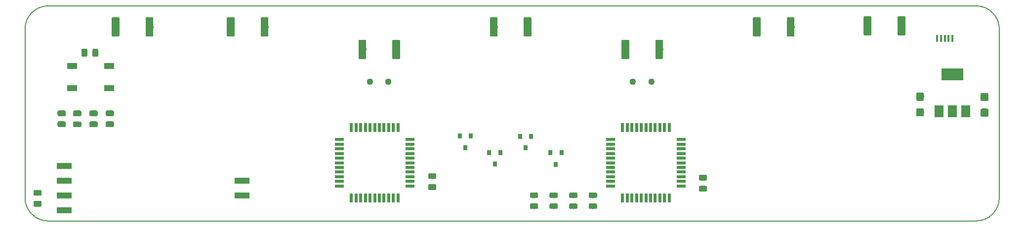
<source format=gbr>
%TF.GenerationSoftware,KiCad,Pcbnew,(5.0.1)-4*%
%TF.CreationDate,2019-04-12T07:50:59+02:00*%
%TF.ProjectId,nixie,6E697869652E6B696361645F70636200,rev?*%
%TF.SameCoordinates,Original*%
%TF.FileFunction,Paste,Top*%
%TF.FilePolarity,Positive*%
%FSLAX46Y46*%
G04 Gerber Fmt 4.6, Leading zero omitted, Abs format (unit mm)*
G04 Created by KiCad (PCBNEW (5.0.1)-4) date 12/04/2019 7:50:59*
%MOMM*%
%LPD*%
G01*
G04 APERTURE LIST*
%ADD10C,0.200000*%
%ADD11R,1.500000X0.520000*%
%ADD12R,0.520000X1.500000*%
%ADD13C,0.100000*%
%ADD14C,1.350000*%
%ADD15R,2.510000X1.000000*%
%ADD16C,1.107440*%
%ADD17C,0.975000*%
%ADD18R,0.450000X1.300000*%
%ADD19R,0.800000X0.900000*%
%ADD20R,1.700000X1.000000*%
%ADD21R,3.800000X2.000000*%
%ADD22R,1.500000X2.000000*%
G04 APERTURE END LIST*
D10*
X71251000Y-120249000D02*
G75*
G02X67251000Y-116249000I0J4000000D01*
G01*
X71251000Y-120249000D02*
X230251000Y-120249000D01*
X234251000Y-87249000D02*
X234251000Y-116249000D01*
X67251000Y-87249000D02*
G75*
G02X71251000Y-83249000I4000000J0D01*
G01*
X234251000Y-116249000D02*
G75*
G02X230251000Y-120249000I-4000000J0D01*
G01*
X67251000Y-87249000D02*
X67251000Y-116249000D01*
X71251000Y-83249000D02*
X230251000Y-83249000D01*
X230251000Y-83249000D02*
G75*
G02X234251000Y-87249000I0J-4000000D01*
G01*
D11*
X133240500Y-106236000D03*
X133240500Y-107036000D03*
X133240500Y-107836000D03*
X133240500Y-108636000D03*
X133240500Y-109436000D03*
X133240500Y-110236000D03*
X133240500Y-111036000D03*
X133240500Y-111836000D03*
X133240500Y-112636000D03*
X133240500Y-113436000D03*
X133240500Y-114236000D03*
D12*
X131190500Y-116286000D03*
X130390500Y-116286000D03*
X129590500Y-116286000D03*
X128790500Y-116286000D03*
X127990500Y-116286000D03*
X127190500Y-116286000D03*
X126390500Y-116286000D03*
X125590500Y-116286000D03*
X124790500Y-116286000D03*
X123990500Y-116286000D03*
X123190500Y-116286000D03*
D11*
X121140500Y-114236000D03*
X121140500Y-113436000D03*
X121140500Y-112636000D03*
X121140500Y-111836000D03*
X121140500Y-111036000D03*
X121140500Y-110236000D03*
X121140500Y-109436000D03*
X121140500Y-108636000D03*
X121140500Y-107836000D03*
X121140500Y-107036000D03*
X121140500Y-106236000D03*
D12*
X123190500Y-104186000D03*
X123990500Y-104186000D03*
X124790500Y-104186000D03*
X125590500Y-104186000D03*
X126390500Y-104186000D03*
X127190500Y-104186000D03*
X127990500Y-104186000D03*
X128790500Y-104186000D03*
X129590500Y-104186000D03*
X130390500Y-104186000D03*
X131190500Y-104186000D03*
D11*
X179722500Y-106236000D03*
X179722500Y-107036000D03*
X179722500Y-107836000D03*
X179722500Y-108636000D03*
X179722500Y-109436000D03*
X179722500Y-110236000D03*
X179722500Y-111036000D03*
X179722500Y-111836000D03*
X179722500Y-112636000D03*
X179722500Y-113436000D03*
X179722500Y-114236000D03*
D12*
X177672500Y-116286000D03*
X176872500Y-116286000D03*
X176072500Y-116286000D03*
X175272500Y-116286000D03*
X174472500Y-116286000D03*
X173672500Y-116286000D03*
X172872500Y-116286000D03*
X172072500Y-116286000D03*
X171272500Y-116286000D03*
X170472500Y-116286000D03*
X169672500Y-116286000D03*
D11*
X167622500Y-114236000D03*
X167622500Y-113436000D03*
X167622500Y-112636000D03*
X167622500Y-111836000D03*
X167622500Y-111036000D03*
X167622500Y-110236000D03*
X167622500Y-109436000D03*
X167622500Y-108636000D03*
X167622500Y-107836000D03*
X167622500Y-107036000D03*
X167622500Y-106236000D03*
D12*
X169672500Y-104186000D03*
X170472500Y-104186000D03*
X171272500Y-104186000D03*
X172072500Y-104186000D03*
X172872500Y-104186000D03*
X173672500Y-104186000D03*
X174472500Y-104186000D03*
X175272500Y-104186000D03*
X176072500Y-104186000D03*
X176872500Y-104186000D03*
X177672500Y-104186000D03*
D13*
G36*
X221112005Y-100870704D02*
X221136273Y-100874304D01*
X221160072Y-100880265D01*
X221183171Y-100888530D01*
X221205350Y-100899020D01*
X221226393Y-100911632D01*
X221246099Y-100926247D01*
X221264277Y-100942723D01*
X221280753Y-100960901D01*
X221295368Y-100980607D01*
X221307980Y-101001650D01*
X221318470Y-101023829D01*
X221326735Y-101046928D01*
X221332696Y-101070727D01*
X221336296Y-101094995D01*
X221337500Y-101119499D01*
X221337500Y-102019501D01*
X221336296Y-102044005D01*
X221332696Y-102068273D01*
X221326735Y-102092072D01*
X221318470Y-102115171D01*
X221307980Y-102137350D01*
X221295368Y-102158393D01*
X221280753Y-102178099D01*
X221264277Y-102196277D01*
X221246099Y-102212753D01*
X221226393Y-102227368D01*
X221205350Y-102239980D01*
X221183171Y-102250470D01*
X221160072Y-102258735D01*
X221136273Y-102264696D01*
X221112005Y-102268296D01*
X221087501Y-102269500D01*
X220237499Y-102269500D01*
X220212995Y-102268296D01*
X220188727Y-102264696D01*
X220164928Y-102258735D01*
X220141829Y-102250470D01*
X220119650Y-102239980D01*
X220098607Y-102227368D01*
X220078901Y-102212753D01*
X220060723Y-102196277D01*
X220044247Y-102178099D01*
X220029632Y-102158393D01*
X220017020Y-102137350D01*
X220006530Y-102115171D01*
X219998265Y-102092072D01*
X219992304Y-102068273D01*
X219988704Y-102044005D01*
X219987500Y-102019501D01*
X219987500Y-101119499D01*
X219988704Y-101094995D01*
X219992304Y-101070727D01*
X219998265Y-101046928D01*
X220006530Y-101023829D01*
X220017020Y-101001650D01*
X220029632Y-100980607D01*
X220044247Y-100960901D01*
X220060723Y-100942723D01*
X220078901Y-100926247D01*
X220098607Y-100911632D01*
X220119650Y-100899020D01*
X220141829Y-100888530D01*
X220164928Y-100880265D01*
X220188727Y-100874304D01*
X220212995Y-100870704D01*
X220237499Y-100869500D01*
X221087501Y-100869500D01*
X221112005Y-100870704D01*
X221112005Y-100870704D01*
G37*
D14*
X220662500Y-101569500D03*
D13*
G36*
X221112005Y-98170704D02*
X221136273Y-98174304D01*
X221160072Y-98180265D01*
X221183171Y-98188530D01*
X221205350Y-98199020D01*
X221226393Y-98211632D01*
X221246099Y-98226247D01*
X221264277Y-98242723D01*
X221280753Y-98260901D01*
X221295368Y-98280607D01*
X221307980Y-98301650D01*
X221318470Y-98323829D01*
X221326735Y-98346928D01*
X221332696Y-98370727D01*
X221336296Y-98394995D01*
X221337500Y-98419499D01*
X221337500Y-99319501D01*
X221336296Y-99344005D01*
X221332696Y-99368273D01*
X221326735Y-99392072D01*
X221318470Y-99415171D01*
X221307980Y-99437350D01*
X221295368Y-99458393D01*
X221280753Y-99478099D01*
X221264277Y-99496277D01*
X221246099Y-99512753D01*
X221226393Y-99527368D01*
X221205350Y-99539980D01*
X221183171Y-99550470D01*
X221160072Y-99558735D01*
X221136273Y-99564696D01*
X221112005Y-99568296D01*
X221087501Y-99569500D01*
X220237499Y-99569500D01*
X220212995Y-99568296D01*
X220188727Y-99564696D01*
X220164928Y-99558735D01*
X220141829Y-99550470D01*
X220119650Y-99539980D01*
X220098607Y-99527368D01*
X220078901Y-99512753D01*
X220060723Y-99496277D01*
X220044247Y-99478099D01*
X220029632Y-99458393D01*
X220017020Y-99437350D01*
X220006530Y-99415171D01*
X219998265Y-99392072D01*
X219992304Y-99368273D01*
X219988704Y-99344005D01*
X219987500Y-99319501D01*
X219987500Y-98419499D01*
X219988704Y-98394995D01*
X219992304Y-98370727D01*
X219998265Y-98346928D01*
X220006530Y-98323829D01*
X220017020Y-98301650D01*
X220029632Y-98280607D01*
X220044247Y-98260901D01*
X220060723Y-98242723D01*
X220078901Y-98226247D01*
X220098607Y-98211632D01*
X220119650Y-98199020D01*
X220141829Y-98188530D01*
X220164928Y-98180265D01*
X220188727Y-98174304D01*
X220212995Y-98170704D01*
X220237499Y-98169500D01*
X221087501Y-98169500D01*
X221112005Y-98170704D01*
X221112005Y-98170704D01*
G37*
D14*
X220662500Y-98869500D03*
D15*
X104457500Y-115824000D03*
X104457500Y-113284000D03*
X73977500Y-118364000D03*
X73977500Y-113284000D03*
X73973500Y-115824000D03*
X73973500Y-110744000D03*
D16*
X129540000Y-96266000D03*
X126365000Y-96266000D03*
X174625000Y-96266000D03*
X171450000Y-96266000D03*
D13*
G36*
X137528142Y-113925674D02*
X137551803Y-113929184D01*
X137575007Y-113934996D01*
X137597529Y-113943054D01*
X137619153Y-113953282D01*
X137639670Y-113965579D01*
X137658883Y-113979829D01*
X137676607Y-113995893D01*
X137692671Y-114013617D01*
X137706921Y-114032830D01*
X137719218Y-114053347D01*
X137729446Y-114074971D01*
X137737504Y-114097493D01*
X137743316Y-114120697D01*
X137746826Y-114144358D01*
X137748000Y-114168250D01*
X137748000Y-114655750D01*
X137746826Y-114679642D01*
X137743316Y-114703303D01*
X137737504Y-114726507D01*
X137729446Y-114749029D01*
X137719218Y-114770653D01*
X137706921Y-114791170D01*
X137692671Y-114810383D01*
X137676607Y-114828107D01*
X137658883Y-114844171D01*
X137639670Y-114858421D01*
X137619153Y-114870718D01*
X137597529Y-114880946D01*
X137575007Y-114889004D01*
X137551803Y-114894816D01*
X137528142Y-114898326D01*
X137504250Y-114899500D01*
X136591750Y-114899500D01*
X136567858Y-114898326D01*
X136544197Y-114894816D01*
X136520993Y-114889004D01*
X136498471Y-114880946D01*
X136476847Y-114870718D01*
X136456330Y-114858421D01*
X136437117Y-114844171D01*
X136419393Y-114828107D01*
X136403329Y-114810383D01*
X136389079Y-114791170D01*
X136376782Y-114770653D01*
X136366554Y-114749029D01*
X136358496Y-114726507D01*
X136352684Y-114703303D01*
X136349174Y-114679642D01*
X136348000Y-114655750D01*
X136348000Y-114168250D01*
X136349174Y-114144358D01*
X136352684Y-114120697D01*
X136358496Y-114097493D01*
X136366554Y-114074971D01*
X136376782Y-114053347D01*
X136389079Y-114032830D01*
X136403329Y-114013617D01*
X136419393Y-113995893D01*
X136437117Y-113979829D01*
X136456330Y-113965579D01*
X136476847Y-113953282D01*
X136498471Y-113943054D01*
X136520993Y-113934996D01*
X136544197Y-113929184D01*
X136567858Y-113925674D01*
X136591750Y-113924500D01*
X137504250Y-113924500D01*
X137528142Y-113925674D01*
X137528142Y-113925674D01*
G37*
D17*
X137048000Y-114412000D03*
D13*
G36*
X137528142Y-112050674D02*
X137551803Y-112054184D01*
X137575007Y-112059996D01*
X137597529Y-112068054D01*
X137619153Y-112078282D01*
X137639670Y-112090579D01*
X137658883Y-112104829D01*
X137676607Y-112120893D01*
X137692671Y-112138617D01*
X137706921Y-112157830D01*
X137719218Y-112178347D01*
X137729446Y-112199971D01*
X137737504Y-112222493D01*
X137743316Y-112245697D01*
X137746826Y-112269358D01*
X137748000Y-112293250D01*
X137748000Y-112780750D01*
X137746826Y-112804642D01*
X137743316Y-112828303D01*
X137737504Y-112851507D01*
X137729446Y-112874029D01*
X137719218Y-112895653D01*
X137706921Y-112916170D01*
X137692671Y-112935383D01*
X137676607Y-112953107D01*
X137658883Y-112969171D01*
X137639670Y-112983421D01*
X137619153Y-112995718D01*
X137597529Y-113005946D01*
X137575007Y-113014004D01*
X137551803Y-113019816D01*
X137528142Y-113023326D01*
X137504250Y-113024500D01*
X136591750Y-113024500D01*
X136567858Y-113023326D01*
X136544197Y-113019816D01*
X136520993Y-113014004D01*
X136498471Y-113005946D01*
X136476847Y-112995718D01*
X136456330Y-112983421D01*
X136437117Y-112969171D01*
X136419393Y-112953107D01*
X136403329Y-112935383D01*
X136389079Y-112916170D01*
X136376782Y-112895653D01*
X136366554Y-112874029D01*
X136358496Y-112851507D01*
X136352684Y-112828303D01*
X136349174Y-112804642D01*
X136348000Y-112780750D01*
X136348000Y-112293250D01*
X136349174Y-112269358D01*
X136352684Y-112245697D01*
X136358496Y-112222493D01*
X136366554Y-112199971D01*
X136376782Y-112178347D01*
X136389079Y-112157830D01*
X136403329Y-112138617D01*
X136419393Y-112120893D01*
X136437117Y-112104829D01*
X136456330Y-112090579D01*
X136476847Y-112078282D01*
X136498471Y-112068054D01*
X136520993Y-112059996D01*
X136544197Y-112054184D01*
X136567858Y-112050674D01*
X136591750Y-112049500D01*
X137504250Y-112049500D01*
X137528142Y-112050674D01*
X137528142Y-112050674D01*
G37*
D17*
X137048000Y-112537000D03*
D13*
G36*
X183931642Y-112319674D02*
X183955303Y-112323184D01*
X183978507Y-112328996D01*
X184001029Y-112337054D01*
X184022653Y-112347282D01*
X184043170Y-112359579D01*
X184062383Y-112373829D01*
X184080107Y-112389893D01*
X184096171Y-112407617D01*
X184110421Y-112426830D01*
X184122718Y-112447347D01*
X184132946Y-112468971D01*
X184141004Y-112491493D01*
X184146816Y-112514697D01*
X184150326Y-112538358D01*
X184151500Y-112562250D01*
X184151500Y-113049750D01*
X184150326Y-113073642D01*
X184146816Y-113097303D01*
X184141004Y-113120507D01*
X184132946Y-113143029D01*
X184122718Y-113164653D01*
X184110421Y-113185170D01*
X184096171Y-113204383D01*
X184080107Y-113222107D01*
X184062383Y-113238171D01*
X184043170Y-113252421D01*
X184022653Y-113264718D01*
X184001029Y-113274946D01*
X183978507Y-113283004D01*
X183955303Y-113288816D01*
X183931642Y-113292326D01*
X183907750Y-113293500D01*
X182995250Y-113293500D01*
X182971358Y-113292326D01*
X182947697Y-113288816D01*
X182924493Y-113283004D01*
X182901971Y-113274946D01*
X182880347Y-113264718D01*
X182859830Y-113252421D01*
X182840617Y-113238171D01*
X182822893Y-113222107D01*
X182806829Y-113204383D01*
X182792579Y-113185170D01*
X182780282Y-113164653D01*
X182770054Y-113143029D01*
X182761996Y-113120507D01*
X182756184Y-113097303D01*
X182752674Y-113073642D01*
X182751500Y-113049750D01*
X182751500Y-112562250D01*
X182752674Y-112538358D01*
X182756184Y-112514697D01*
X182761996Y-112491493D01*
X182770054Y-112468971D01*
X182780282Y-112447347D01*
X182792579Y-112426830D01*
X182806829Y-112407617D01*
X182822893Y-112389893D01*
X182840617Y-112373829D01*
X182859830Y-112359579D01*
X182880347Y-112347282D01*
X182901971Y-112337054D01*
X182924493Y-112328996D01*
X182947697Y-112323184D01*
X182971358Y-112319674D01*
X182995250Y-112318500D01*
X183907750Y-112318500D01*
X183931642Y-112319674D01*
X183931642Y-112319674D01*
G37*
D17*
X183451500Y-112806000D03*
D13*
G36*
X183931642Y-114194674D02*
X183955303Y-114198184D01*
X183978507Y-114203996D01*
X184001029Y-114212054D01*
X184022653Y-114222282D01*
X184043170Y-114234579D01*
X184062383Y-114248829D01*
X184080107Y-114264893D01*
X184096171Y-114282617D01*
X184110421Y-114301830D01*
X184122718Y-114322347D01*
X184132946Y-114343971D01*
X184141004Y-114366493D01*
X184146816Y-114389697D01*
X184150326Y-114413358D01*
X184151500Y-114437250D01*
X184151500Y-114924750D01*
X184150326Y-114948642D01*
X184146816Y-114972303D01*
X184141004Y-114995507D01*
X184132946Y-115018029D01*
X184122718Y-115039653D01*
X184110421Y-115060170D01*
X184096171Y-115079383D01*
X184080107Y-115097107D01*
X184062383Y-115113171D01*
X184043170Y-115127421D01*
X184022653Y-115139718D01*
X184001029Y-115149946D01*
X183978507Y-115158004D01*
X183955303Y-115163816D01*
X183931642Y-115167326D01*
X183907750Y-115168500D01*
X182995250Y-115168500D01*
X182971358Y-115167326D01*
X182947697Y-115163816D01*
X182924493Y-115158004D01*
X182901971Y-115149946D01*
X182880347Y-115139718D01*
X182859830Y-115127421D01*
X182840617Y-115113171D01*
X182822893Y-115097107D01*
X182806829Y-115079383D01*
X182792579Y-115060170D01*
X182780282Y-115039653D01*
X182770054Y-115018029D01*
X182761996Y-114995507D01*
X182756184Y-114972303D01*
X182752674Y-114948642D01*
X182751500Y-114924750D01*
X182751500Y-114437250D01*
X182752674Y-114413358D01*
X182756184Y-114389697D01*
X182761996Y-114366493D01*
X182770054Y-114343971D01*
X182780282Y-114322347D01*
X182792579Y-114301830D01*
X182806829Y-114282617D01*
X182822893Y-114264893D01*
X182840617Y-114248829D01*
X182859830Y-114234579D01*
X182880347Y-114222282D01*
X182901971Y-114212054D01*
X182924493Y-114203996D01*
X182947697Y-114198184D01*
X182971358Y-114194674D01*
X182995250Y-114193500D01*
X183907750Y-114193500D01*
X183931642Y-114194674D01*
X183931642Y-114194674D01*
G37*
D17*
X183451500Y-114681000D03*
D13*
G36*
X69885642Y-116798174D02*
X69909303Y-116801684D01*
X69932507Y-116807496D01*
X69955029Y-116815554D01*
X69976653Y-116825782D01*
X69997170Y-116838079D01*
X70016383Y-116852329D01*
X70034107Y-116868393D01*
X70050171Y-116886117D01*
X70064421Y-116905330D01*
X70076718Y-116925847D01*
X70086946Y-116947471D01*
X70095004Y-116969993D01*
X70100816Y-116993197D01*
X70104326Y-117016858D01*
X70105500Y-117040750D01*
X70105500Y-117528250D01*
X70104326Y-117552142D01*
X70100816Y-117575803D01*
X70095004Y-117599007D01*
X70086946Y-117621529D01*
X70076718Y-117643153D01*
X70064421Y-117663670D01*
X70050171Y-117682883D01*
X70034107Y-117700607D01*
X70016383Y-117716671D01*
X69997170Y-117730921D01*
X69976653Y-117743218D01*
X69955029Y-117753446D01*
X69932507Y-117761504D01*
X69909303Y-117767316D01*
X69885642Y-117770826D01*
X69861750Y-117772000D01*
X68949250Y-117772000D01*
X68925358Y-117770826D01*
X68901697Y-117767316D01*
X68878493Y-117761504D01*
X68855971Y-117753446D01*
X68834347Y-117743218D01*
X68813830Y-117730921D01*
X68794617Y-117716671D01*
X68776893Y-117700607D01*
X68760829Y-117682883D01*
X68746579Y-117663670D01*
X68734282Y-117643153D01*
X68724054Y-117621529D01*
X68715996Y-117599007D01*
X68710184Y-117575803D01*
X68706674Y-117552142D01*
X68705500Y-117528250D01*
X68705500Y-117040750D01*
X68706674Y-117016858D01*
X68710184Y-116993197D01*
X68715996Y-116969993D01*
X68724054Y-116947471D01*
X68734282Y-116925847D01*
X68746579Y-116905330D01*
X68760829Y-116886117D01*
X68776893Y-116868393D01*
X68794617Y-116852329D01*
X68813830Y-116838079D01*
X68834347Y-116825782D01*
X68855971Y-116815554D01*
X68878493Y-116807496D01*
X68901697Y-116801684D01*
X68925358Y-116798174D01*
X68949250Y-116797000D01*
X69861750Y-116797000D01*
X69885642Y-116798174D01*
X69885642Y-116798174D01*
G37*
D17*
X69405500Y-117284500D03*
D13*
G36*
X69885642Y-114923174D02*
X69909303Y-114926684D01*
X69932507Y-114932496D01*
X69955029Y-114940554D01*
X69976653Y-114950782D01*
X69997170Y-114963079D01*
X70016383Y-114977329D01*
X70034107Y-114993393D01*
X70050171Y-115011117D01*
X70064421Y-115030330D01*
X70076718Y-115050847D01*
X70086946Y-115072471D01*
X70095004Y-115094993D01*
X70100816Y-115118197D01*
X70104326Y-115141858D01*
X70105500Y-115165750D01*
X70105500Y-115653250D01*
X70104326Y-115677142D01*
X70100816Y-115700803D01*
X70095004Y-115724007D01*
X70086946Y-115746529D01*
X70076718Y-115768153D01*
X70064421Y-115788670D01*
X70050171Y-115807883D01*
X70034107Y-115825607D01*
X70016383Y-115841671D01*
X69997170Y-115855921D01*
X69976653Y-115868218D01*
X69955029Y-115878446D01*
X69932507Y-115886504D01*
X69909303Y-115892316D01*
X69885642Y-115895826D01*
X69861750Y-115897000D01*
X68949250Y-115897000D01*
X68925358Y-115895826D01*
X68901697Y-115892316D01*
X68878493Y-115886504D01*
X68855971Y-115878446D01*
X68834347Y-115868218D01*
X68813830Y-115855921D01*
X68794617Y-115841671D01*
X68776893Y-115825607D01*
X68760829Y-115807883D01*
X68746579Y-115788670D01*
X68734282Y-115768153D01*
X68724054Y-115746529D01*
X68715996Y-115724007D01*
X68710184Y-115700803D01*
X68706674Y-115677142D01*
X68705500Y-115653250D01*
X68705500Y-115165750D01*
X68706674Y-115141858D01*
X68710184Y-115118197D01*
X68715996Y-115094993D01*
X68724054Y-115072471D01*
X68734282Y-115050847D01*
X68746579Y-115030330D01*
X68760829Y-115011117D01*
X68776893Y-114993393D01*
X68794617Y-114977329D01*
X68813830Y-114963079D01*
X68834347Y-114950782D01*
X68855971Y-114940554D01*
X68878493Y-114932496D01*
X68901697Y-114926684D01*
X68925358Y-114923174D01*
X68949250Y-114922000D01*
X69861750Y-114922000D01*
X69885642Y-114923174D01*
X69885642Y-114923174D01*
G37*
D17*
X69405500Y-115409500D03*
D18*
X226217000Y-88831500D03*
X225567000Y-88831500D03*
X224917000Y-88831500D03*
X224267000Y-88831500D03*
X223617000Y-88831500D03*
D19*
X159194500Y-108490000D03*
X157294500Y-108490000D03*
X158244500Y-110490000D03*
X153987500Y-105664000D03*
X152087500Y-105664000D03*
X153037500Y-107664000D03*
X147767000Y-110474000D03*
X146817000Y-108474000D03*
X148717000Y-108474000D03*
X142748000Y-107616500D03*
X141798000Y-105616500D03*
X143698000Y-105616500D03*
D13*
G36*
X148044505Y-85194204D02*
X148068773Y-85197804D01*
X148092572Y-85203765D01*
X148115671Y-85212030D01*
X148137850Y-85222520D01*
X148158893Y-85235132D01*
X148178599Y-85249747D01*
X148196777Y-85266223D01*
X148213253Y-85284401D01*
X148227868Y-85304107D01*
X148240480Y-85325150D01*
X148250970Y-85347329D01*
X148259235Y-85370428D01*
X148265196Y-85394227D01*
X148268796Y-85418495D01*
X148270000Y-85442999D01*
X148270000Y-88293001D01*
X148268796Y-88317505D01*
X148265196Y-88341773D01*
X148259235Y-88365572D01*
X148250970Y-88388671D01*
X148240480Y-88410850D01*
X148227868Y-88431893D01*
X148213253Y-88451599D01*
X148196777Y-88469777D01*
X148178599Y-88486253D01*
X148158893Y-88500868D01*
X148137850Y-88513480D01*
X148115671Y-88523970D01*
X148092572Y-88532235D01*
X148068773Y-88538196D01*
X148044505Y-88541796D01*
X148020001Y-88543000D01*
X147169999Y-88543000D01*
X147145495Y-88541796D01*
X147121227Y-88538196D01*
X147097428Y-88532235D01*
X147074329Y-88523970D01*
X147052150Y-88513480D01*
X147031107Y-88500868D01*
X147011401Y-88486253D01*
X146993223Y-88469777D01*
X146976747Y-88451599D01*
X146962132Y-88431893D01*
X146949520Y-88410850D01*
X146939030Y-88388671D01*
X146930765Y-88365572D01*
X146924804Y-88341773D01*
X146921204Y-88317505D01*
X146920000Y-88293001D01*
X146920000Y-85442999D01*
X146921204Y-85418495D01*
X146924804Y-85394227D01*
X146930765Y-85370428D01*
X146939030Y-85347329D01*
X146949520Y-85325150D01*
X146962132Y-85304107D01*
X146976747Y-85284401D01*
X146993223Y-85266223D01*
X147011401Y-85249747D01*
X147031107Y-85235132D01*
X147052150Y-85222520D01*
X147074329Y-85212030D01*
X147097428Y-85203765D01*
X147121227Y-85197804D01*
X147145495Y-85194204D01*
X147169999Y-85193000D01*
X148020001Y-85193000D01*
X148044505Y-85194204D01*
X148044505Y-85194204D01*
G37*
D14*
X147595000Y-86868000D03*
D13*
G36*
X153844505Y-85194204D02*
X153868773Y-85197804D01*
X153892572Y-85203765D01*
X153915671Y-85212030D01*
X153937850Y-85222520D01*
X153958893Y-85235132D01*
X153978599Y-85249747D01*
X153996777Y-85266223D01*
X154013253Y-85284401D01*
X154027868Y-85304107D01*
X154040480Y-85325150D01*
X154050970Y-85347329D01*
X154059235Y-85370428D01*
X154065196Y-85394227D01*
X154068796Y-85418495D01*
X154070000Y-85442999D01*
X154070000Y-88293001D01*
X154068796Y-88317505D01*
X154065196Y-88341773D01*
X154059235Y-88365572D01*
X154050970Y-88388671D01*
X154040480Y-88410850D01*
X154027868Y-88431893D01*
X154013253Y-88451599D01*
X153996777Y-88469777D01*
X153978599Y-88486253D01*
X153958893Y-88500868D01*
X153937850Y-88513480D01*
X153915671Y-88523970D01*
X153892572Y-88532235D01*
X153868773Y-88538196D01*
X153844505Y-88541796D01*
X153820001Y-88543000D01*
X152969999Y-88543000D01*
X152945495Y-88541796D01*
X152921227Y-88538196D01*
X152897428Y-88532235D01*
X152874329Y-88523970D01*
X152852150Y-88513480D01*
X152831107Y-88500868D01*
X152811401Y-88486253D01*
X152793223Y-88469777D01*
X152776747Y-88451599D01*
X152762132Y-88431893D01*
X152749520Y-88410850D01*
X152739030Y-88388671D01*
X152730765Y-88365572D01*
X152724804Y-88341773D01*
X152721204Y-88317505D01*
X152720000Y-88293001D01*
X152720000Y-85442999D01*
X152721204Y-85418495D01*
X152724804Y-85394227D01*
X152730765Y-85370428D01*
X152739030Y-85347329D01*
X152749520Y-85325150D01*
X152762132Y-85304107D01*
X152776747Y-85284401D01*
X152793223Y-85266223D01*
X152811401Y-85249747D01*
X152831107Y-85235132D01*
X152852150Y-85222520D01*
X152874329Y-85212030D01*
X152897428Y-85203765D01*
X152921227Y-85197804D01*
X152945495Y-85194204D01*
X152969999Y-85193000D01*
X153820001Y-85193000D01*
X153844505Y-85194204D01*
X153844505Y-85194204D01*
G37*
D14*
X153395000Y-86868000D03*
D13*
G36*
X125523005Y-89067704D02*
X125547273Y-89071304D01*
X125571072Y-89077265D01*
X125594171Y-89085530D01*
X125616350Y-89096020D01*
X125637393Y-89108632D01*
X125657099Y-89123247D01*
X125675277Y-89139723D01*
X125691753Y-89157901D01*
X125706368Y-89177607D01*
X125718980Y-89198650D01*
X125729470Y-89220829D01*
X125737735Y-89243928D01*
X125743696Y-89267727D01*
X125747296Y-89291995D01*
X125748500Y-89316499D01*
X125748500Y-92166501D01*
X125747296Y-92191005D01*
X125743696Y-92215273D01*
X125737735Y-92239072D01*
X125729470Y-92262171D01*
X125718980Y-92284350D01*
X125706368Y-92305393D01*
X125691753Y-92325099D01*
X125675277Y-92343277D01*
X125657099Y-92359753D01*
X125637393Y-92374368D01*
X125616350Y-92386980D01*
X125594171Y-92397470D01*
X125571072Y-92405735D01*
X125547273Y-92411696D01*
X125523005Y-92415296D01*
X125498501Y-92416500D01*
X124648499Y-92416500D01*
X124623995Y-92415296D01*
X124599727Y-92411696D01*
X124575928Y-92405735D01*
X124552829Y-92397470D01*
X124530650Y-92386980D01*
X124509607Y-92374368D01*
X124489901Y-92359753D01*
X124471723Y-92343277D01*
X124455247Y-92325099D01*
X124440632Y-92305393D01*
X124428020Y-92284350D01*
X124417530Y-92262171D01*
X124409265Y-92239072D01*
X124403304Y-92215273D01*
X124399704Y-92191005D01*
X124398500Y-92166501D01*
X124398500Y-89316499D01*
X124399704Y-89291995D01*
X124403304Y-89267727D01*
X124409265Y-89243928D01*
X124417530Y-89220829D01*
X124428020Y-89198650D01*
X124440632Y-89177607D01*
X124455247Y-89157901D01*
X124471723Y-89139723D01*
X124489901Y-89123247D01*
X124509607Y-89108632D01*
X124530650Y-89096020D01*
X124552829Y-89085530D01*
X124575928Y-89077265D01*
X124599727Y-89071304D01*
X124623995Y-89067704D01*
X124648499Y-89066500D01*
X125498501Y-89066500D01*
X125523005Y-89067704D01*
X125523005Y-89067704D01*
G37*
D14*
X125073500Y-90741500D03*
D13*
G36*
X131323005Y-89067704D02*
X131347273Y-89071304D01*
X131371072Y-89077265D01*
X131394171Y-89085530D01*
X131416350Y-89096020D01*
X131437393Y-89108632D01*
X131457099Y-89123247D01*
X131475277Y-89139723D01*
X131491753Y-89157901D01*
X131506368Y-89177607D01*
X131518980Y-89198650D01*
X131529470Y-89220829D01*
X131537735Y-89243928D01*
X131543696Y-89267727D01*
X131547296Y-89291995D01*
X131548500Y-89316499D01*
X131548500Y-92166501D01*
X131547296Y-92191005D01*
X131543696Y-92215273D01*
X131537735Y-92239072D01*
X131529470Y-92262171D01*
X131518980Y-92284350D01*
X131506368Y-92305393D01*
X131491753Y-92325099D01*
X131475277Y-92343277D01*
X131457099Y-92359753D01*
X131437393Y-92374368D01*
X131416350Y-92386980D01*
X131394171Y-92397470D01*
X131371072Y-92405735D01*
X131347273Y-92411696D01*
X131323005Y-92415296D01*
X131298501Y-92416500D01*
X130448499Y-92416500D01*
X130423995Y-92415296D01*
X130399727Y-92411696D01*
X130375928Y-92405735D01*
X130352829Y-92397470D01*
X130330650Y-92386980D01*
X130309607Y-92374368D01*
X130289901Y-92359753D01*
X130271723Y-92343277D01*
X130255247Y-92325099D01*
X130240632Y-92305393D01*
X130228020Y-92284350D01*
X130217530Y-92262171D01*
X130209265Y-92239072D01*
X130203304Y-92215273D01*
X130199704Y-92191005D01*
X130198500Y-92166501D01*
X130198500Y-89316499D01*
X130199704Y-89291995D01*
X130203304Y-89267727D01*
X130209265Y-89243928D01*
X130217530Y-89220829D01*
X130228020Y-89198650D01*
X130240632Y-89177607D01*
X130255247Y-89157901D01*
X130271723Y-89139723D01*
X130289901Y-89123247D01*
X130309607Y-89108632D01*
X130330650Y-89096020D01*
X130352829Y-89085530D01*
X130375928Y-89077265D01*
X130399727Y-89071304D01*
X130423995Y-89067704D01*
X130448499Y-89066500D01*
X131298501Y-89066500D01*
X131323005Y-89067704D01*
X131323005Y-89067704D01*
G37*
D14*
X130873500Y-90741500D03*
D13*
G36*
X89032005Y-85194204D02*
X89056273Y-85197804D01*
X89080072Y-85203765D01*
X89103171Y-85212030D01*
X89125350Y-85222520D01*
X89146393Y-85235132D01*
X89166099Y-85249747D01*
X89184277Y-85266223D01*
X89200753Y-85284401D01*
X89215368Y-85304107D01*
X89227980Y-85325150D01*
X89238470Y-85347329D01*
X89246735Y-85370428D01*
X89252696Y-85394227D01*
X89256296Y-85418495D01*
X89257500Y-85442999D01*
X89257500Y-88293001D01*
X89256296Y-88317505D01*
X89252696Y-88341773D01*
X89246735Y-88365572D01*
X89238470Y-88388671D01*
X89227980Y-88410850D01*
X89215368Y-88431893D01*
X89200753Y-88451599D01*
X89184277Y-88469777D01*
X89166099Y-88486253D01*
X89146393Y-88500868D01*
X89125350Y-88513480D01*
X89103171Y-88523970D01*
X89080072Y-88532235D01*
X89056273Y-88538196D01*
X89032005Y-88541796D01*
X89007501Y-88543000D01*
X88157499Y-88543000D01*
X88132995Y-88541796D01*
X88108727Y-88538196D01*
X88084928Y-88532235D01*
X88061829Y-88523970D01*
X88039650Y-88513480D01*
X88018607Y-88500868D01*
X87998901Y-88486253D01*
X87980723Y-88469777D01*
X87964247Y-88451599D01*
X87949632Y-88431893D01*
X87937020Y-88410850D01*
X87926530Y-88388671D01*
X87918265Y-88365572D01*
X87912304Y-88341773D01*
X87908704Y-88317505D01*
X87907500Y-88293001D01*
X87907500Y-85442999D01*
X87908704Y-85418495D01*
X87912304Y-85394227D01*
X87918265Y-85370428D01*
X87926530Y-85347329D01*
X87937020Y-85325150D01*
X87949632Y-85304107D01*
X87964247Y-85284401D01*
X87980723Y-85266223D01*
X87998901Y-85249747D01*
X88018607Y-85235132D01*
X88039650Y-85222520D01*
X88061829Y-85212030D01*
X88084928Y-85203765D01*
X88108727Y-85197804D01*
X88132995Y-85194204D01*
X88157499Y-85193000D01*
X89007501Y-85193000D01*
X89032005Y-85194204D01*
X89032005Y-85194204D01*
G37*
D14*
X88582500Y-86868000D03*
D13*
G36*
X83232005Y-85194204D02*
X83256273Y-85197804D01*
X83280072Y-85203765D01*
X83303171Y-85212030D01*
X83325350Y-85222520D01*
X83346393Y-85235132D01*
X83366099Y-85249747D01*
X83384277Y-85266223D01*
X83400753Y-85284401D01*
X83415368Y-85304107D01*
X83427980Y-85325150D01*
X83438470Y-85347329D01*
X83446735Y-85370428D01*
X83452696Y-85394227D01*
X83456296Y-85418495D01*
X83457500Y-85442999D01*
X83457500Y-88293001D01*
X83456296Y-88317505D01*
X83452696Y-88341773D01*
X83446735Y-88365572D01*
X83438470Y-88388671D01*
X83427980Y-88410850D01*
X83415368Y-88431893D01*
X83400753Y-88451599D01*
X83384277Y-88469777D01*
X83366099Y-88486253D01*
X83346393Y-88500868D01*
X83325350Y-88513480D01*
X83303171Y-88523970D01*
X83280072Y-88532235D01*
X83256273Y-88538196D01*
X83232005Y-88541796D01*
X83207501Y-88543000D01*
X82357499Y-88543000D01*
X82332995Y-88541796D01*
X82308727Y-88538196D01*
X82284928Y-88532235D01*
X82261829Y-88523970D01*
X82239650Y-88513480D01*
X82218607Y-88500868D01*
X82198901Y-88486253D01*
X82180723Y-88469777D01*
X82164247Y-88451599D01*
X82149632Y-88431893D01*
X82137020Y-88410850D01*
X82126530Y-88388671D01*
X82118265Y-88365572D01*
X82112304Y-88341773D01*
X82108704Y-88317505D01*
X82107500Y-88293001D01*
X82107500Y-85442999D01*
X82108704Y-85418495D01*
X82112304Y-85394227D01*
X82118265Y-85370428D01*
X82126530Y-85347329D01*
X82137020Y-85325150D01*
X82149632Y-85304107D01*
X82164247Y-85284401D01*
X82180723Y-85266223D01*
X82198901Y-85249747D01*
X82218607Y-85235132D01*
X82239650Y-85222520D01*
X82261829Y-85212030D01*
X82284928Y-85203765D01*
X82308727Y-85197804D01*
X82332995Y-85194204D01*
X82357499Y-85193000D01*
X83207501Y-85193000D01*
X83232005Y-85194204D01*
X83232005Y-85194204D01*
G37*
D14*
X82782500Y-86868000D03*
D13*
G36*
X102959505Y-85194204D02*
X102983773Y-85197804D01*
X103007572Y-85203765D01*
X103030671Y-85212030D01*
X103052850Y-85222520D01*
X103073893Y-85235132D01*
X103093599Y-85249747D01*
X103111777Y-85266223D01*
X103128253Y-85284401D01*
X103142868Y-85304107D01*
X103155480Y-85325150D01*
X103165970Y-85347329D01*
X103174235Y-85370428D01*
X103180196Y-85394227D01*
X103183796Y-85418495D01*
X103185000Y-85442999D01*
X103185000Y-88293001D01*
X103183796Y-88317505D01*
X103180196Y-88341773D01*
X103174235Y-88365572D01*
X103165970Y-88388671D01*
X103155480Y-88410850D01*
X103142868Y-88431893D01*
X103128253Y-88451599D01*
X103111777Y-88469777D01*
X103093599Y-88486253D01*
X103073893Y-88500868D01*
X103052850Y-88513480D01*
X103030671Y-88523970D01*
X103007572Y-88532235D01*
X102983773Y-88538196D01*
X102959505Y-88541796D01*
X102935001Y-88543000D01*
X102084999Y-88543000D01*
X102060495Y-88541796D01*
X102036227Y-88538196D01*
X102012428Y-88532235D01*
X101989329Y-88523970D01*
X101967150Y-88513480D01*
X101946107Y-88500868D01*
X101926401Y-88486253D01*
X101908223Y-88469777D01*
X101891747Y-88451599D01*
X101877132Y-88431893D01*
X101864520Y-88410850D01*
X101854030Y-88388671D01*
X101845765Y-88365572D01*
X101839804Y-88341773D01*
X101836204Y-88317505D01*
X101835000Y-88293001D01*
X101835000Y-85442999D01*
X101836204Y-85418495D01*
X101839804Y-85394227D01*
X101845765Y-85370428D01*
X101854030Y-85347329D01*
X101864520Y-85325150D01*
X101877132Y-85304107D01*
X101891747Y-85284401D01*
X101908223Y-85266223D01*
X101926401Y-85249747D01*
X101946107Y-85235132D01*
X101967150Y-85222520D01*
X101989329Y-85212030D01*
X102012428Y-85203765D01*
X102036227Y-85197804D01*
X102060495Y-85194204D01*
X102084999Y-85193000D01*
X102935001Y-85193000D01*
X102959505Y-85194204D01*
X102959505Y-85194204D01*
G37*
D14*
X102510000Y-86868000D03*
D13*
G36*
X108759505Y-85194204D02*
X108783773Y-85197804D01*
X108807572Y-85203765D01*
X108830671Y-85212030D01*
X108852850Y-85222520D01*
X108873893Y-85235132D01*
X108893599Y-85249747D01*
X108911777Y-85266223D01*
X108928253Y-85284401D01*
X108942868Y-85304107D01*
X108955480Y-85325150D01*
X108965970Y-85347329D01*
X108974235Y-85370428D01*
X108980196Y-85394227D01*
X108983796Y-85418495D01*
X108985000Y-85442999D01*
X108985000Y-88293001D01*
X108983796Y-88317505D01*
X108980196Y-88341773D01*
X108974235Y-88365572D01*
X108965970Y-88388671D01*
X108955480Y-88410850D01*
X108942868Y-88431893D01*
X108928253Y-88451599D01*
X108911777Y-88469777D01*
X108893599Y-88486253D01*
X108873893Y-88500868D01*
X108852850Y-88513480D01*
X108830671Y-88523970D01*
X108807572Y-88532235D01*
X108783773Y-88538196D01*
X108759505Y-88541796D01*
X108735001Y-88543000D01*
X107884999Y-88543000D01*
X107860495Y-88541796D01*
X107836227Y-88538196D01*
X107812428Y-88532235D01*
X107789329Y-88523970D01*
X107767150Y-88513480D01*
X107746107Y-88500868D01*
X107726401Y-88486253D01*
X107708223Y-88469777D01*
X107691747Y-88451599D01*
X107677132Y-88431893D01*
X107664520Y-88410850D01*
X107654030Y-88388671D01*
X107645765Y-88365572D01*
X107639804Y-88341773D01*
X107636204Y-88317505D01*
X107635000Y-88293001D01*
X107635000Y-85442999D01*
X107636204Y-85418495D01*
X107639804Y-85394227D01*
X107645765Y-85370428D01*
X107654030Y-85347329D01*
X107664520Y-85325150D01*
X107677132Y-85304107D01*
X107691747Y-85284401D01*
X107708223Y-85266223D01*
X107726401Y-85249747D01*
X107746107Y-85235132D01*
X107767150Y-85222520D01*
X107789329Y-85212030D01*
X107812428Y-85203765D01*
X107836227Y-85197804D01*
X107860495Y-85194204D01*
X107884999Y-85193000D01*
X108735001Y-85193000D01*
X108759505Y-85194204D01*
X108759505Y-85194204D01*
G37*
D14*
X108310000Y-86868000D03*
D13*
G36*
X217916005Y-85003704D02*
X217940273Y-85007304D01*
X217964072Y-85013265D01*
X217987171Y-85021530D01*
X218009350Y-85032020D01*
X218030393Y-85044632D01*
X218050099Y-85059247D01*
X218068277Y-85075723D01*
X218084753Y-85093901D01*
X218099368Y-85113607D01*
X218111980Y-85134650D01*
X218122470Y-85156829D01*
X218130735Y-85179928D01*
X218136696Y-85203727D01*
X218140296Y-85227995D01*
X218141500Y-85252499D01*
X218141500Y-88102501D01*
X218140296Y-88127005D01*
X218136696Y-88151273D01*
X218130735Y-88175072D01*
X218122470Y-88198171D01*
X218111980Y-88220350D01*
X218099368Y-88241393D01*
X218084753Y-88261099D01*
X218068277Y-88279277D01*
X218050099Y-88295753D01*
X218030393Y-88310368D01*
X218009350Y-88322980D01*
X217987171Y-88333470D01*
X217964072Y-88341735D01*
X217940273Y-88347696D01*
X217916005Y-88351296D01*
X217891501Y-88352500D01*
X217041499Y-88352500D01*
X217016995Y-88351296D01*
X216992727Y-88347696D01*
X216968928Y-88341735D01*
X216945829Y-88333470D01*
X216923650Y-88322980D01*
X216902607Y-88310368D01*
X216882901Y-88295753D01*
X216864723Y-88279277D01*
X216848247Y-88261099D01*
X216833632Y-88241393D01*
X216821020Y-88220350D01*
X216810530Y-88198171D01*
X216802265Y-88175072D01*
X216796304Y-88151273D01*
X216792704Y-88127005D01*
X216791500Y-88102501D01*
X216791500Y-85252499D01*
X216792704Y-85227995D01*
X216796304Y-85203727D01*
X216802265Y-85179928D01*
X216810530Y-85156829D01*
X216821020Y-85134650D01*
X216833632Y-85113607D01*
X216848247Y-85093901D01*
X216864723Y-85075723D01*
X216882901Y-85059247D01*
X216902607Y-85044632D01*
X216923650Y-85032020D01*
X216945829Y-85021530D01*
X216968928Y-85013265D01*
X216992727Y-85007304D01*
X217016995Y-85003704D01*
X217041499Y-85002500D01*
X217891501Y-85002500D01*
X217916005Y-85003704D01*
X217916005Y-85003704D01*
G37*
D14*
X217466500Y-86677500D03*
D13*
G36*
X212116005Y-85003704D02*
X212140273Y-85007304D01*
X212164072Y-85013265D01*
X212187171Y-85021530D01*
X212209350Y-85032020D01*
X212230393Y-85044632D01*
X212250099Y-85059247D01*
X212268277Y-85075723D01*
X212284753Y-85093901D01*
X212299368Y-85113607D01*
X212311980Y-85134650D01*
X212322470Y-85156829D01*
X212330735Y-85179928D01*
X212336696Y-85203727D01*
X212340296Y-85227995D01*
X212341500Y-85252499D01*
X212341500Y-88102501D01*
X212340296Y-88127005D01*
X212336696Y-88151273D01*
X212330735Y-88175072D01*
X212322470Y-88198171D01*
X212311980Y-88220350D01*
X212299368Y-88241393D01*
X212284753Y-88261099D01*
X212268277Y-88279277D01*
X212250099Y-88295753D01*
X212230393Y-88310368D01*
X212209350Y-88322980D01*
X212187171Y-88333470D01*
X212164072Y-88341735D01*
X212140273Y-88347696D01*
X212116005Y-88351296D01*
X212091501Y-88352500D01*
X211241499Y-88352500D01*
X211216995Y-88351296D01*
X211192727Y-88347696D01*
X211168928Y-88341735D01*
X211145829Y-88333470D01*
X211123650Y-88322980D01*
X211102607Y-88310368D01*
X211082901Y-88295753D01*
X211064723Y-88279277D01*
X211048247Y-88261099D01*
X211033632Y-88241393D01*
X211021020Y-88220350D01*
X211010530Y-88198171D01*
X211002265Y-88175072D01*
X210996304Y-88151273D01*
X210992704Y-88127005D01*
X210991500Y-88102501D01*
X210991500Y-85252499D01*
X210992704Y-85227995D01*
X210996304Y-85203727D01*
X211002265Y-85179928D01*
X211010530Y-85156829D01*
X211021020Y-85134650D01*
X211033632Y-85113607D01*
X211048247Y-85093901D01*
X211064723Y-85075723D01*
X211082901Y-85059247D01*
X211102607Y-85044632D01*
X211123650Y-85032020D01*
X211145829Y-85021530D01*
X211168928Y-85013265D01*
X211192727Y-85007304D01*
X211216995Y-85003704D01*
X211241499Y-85002500D01*
X212091501Y-85002500D01*
X212116005Y-85003704D01*
X212116005Y-85003704D01*
G37*
D14*
X211666500Y-86677500D03*
D13*
G36*
X176408005Y-89067704D02*
X176432273Y-89071304D01*
X176456072Y-89077265D01*
X176479171Y-89085530D01*
X176501350Y-89096020D01*
X176522393Y-89108632D01*
X176542099Y-89123247D01*
X176560277Y-89139723D01*
X176576753Y-89157901D01*
X176591368Y-89177607D01*
X176603980Y-89198650D01*
X176614470Y-89220829D01*
X176622735Y-89243928D01*
X176628696Y-89267727D01*
X176632296Y-89291995D01*
X176633500Y-89316499D01*
X176633500Y-92166501D01*
X176632296Y-92191005D01*
X176628696Y-92215273D01*
X176622735Y-92239072D01*
X176614470Y-92262171D01*
X176603980Y-92284350D01*
X176591368Y-92305393D01*
X176576753Y-92325099D01*
X176560277Y-92343277D01*
X176542099Y-92359753D01*
X176522393Y-92374368D01*
X176501350Y-92386980D01*
X176479171Y-92397470D01*
X176456072Y-92405735D01*
X176432273Y-92411696D01*
X176408005Y-92415296D01*
X176383501Y-92416500D01*
X175533499Y-92416500D01*
X175508995Y-92415296D01*
X175484727Y-92411696D01*
X175460928Y-92405735D01*
X175437829Y-92397470D01*
X175415650Y-92386980D01*
X175394607Y-92374368D01*
X175374901Y-92359753D01*
X175356723Y-92343277D01*
X175340247Y-92325099D01*
X175325632Y-92305393D01*
X175313020Y-92284350D01*
X175302530Y-92262171D01*
X175294265Y-92239072D01*
X175288304Y-92215273D01*
X175284704Y-92191005D01*
X175283500Y-92166501D01*
X175283500Y-89316499D01*
X175284704Y-89291995D01*
X175288304Y-89267727D01*
X175294265Y-89243928D01*
X175302530Y-89220829D01*
X175313020Y-89198650D01*
X175325632Y-89177607D01*
X175340247Y-89157901D01*
X175356723Y-89139723D01*
X175374901Y-89123247D01*
X175394607Y-89108632D01*
X175415650Y-89096020D01*
X175437829Y-89085530D01*
X175460928Y-89077265D01*
X175484727Y-89071304D01*
X175508995Y-89067704D01*
X175533499Y-89066500D01*
X176383501Y-89066500D01*
X176408005Y-89067704D01*
X176408005Y-89067704D01*
G37*
D14*
X175958500Y-90741500D03*
D13*
G36*
X170608005Y-89067704D02*
X170632273Y-89071304D01*
X170656072Y-89077265D01*
X170679171Y-89085530D01*
X170701350Y-89096020D01*
X170722393Y-89108632D01*
X170742099Y-89123247D01*
X170760277Y-89139723D01*
X170776753Y-89157901D01*
X170791368Y-89177607D01*
X170803980Y-89198650D01*
X170814470Y-89220829D01*
X170822735Y-89243928D01*
X170828696Y-89267727D01*
X170832296Y-89291995D01*
X170833500Y-89316499D01*
X170833500Y-92166501D01*
X170832296Y-92191005D01*
X170828696Y-92215273D01*
X170822735Y-92239072D01*
X170814470Y-92262171D01*
X170803980Y-92284350D01*
X170791368Y-92305393D01*
X170776753Y-92325099D01*
X170760277Y-92343277D01*
X170742099Y-92359753D01*
X170722393Y-92374368D01*
X170701350Y-92386980D01*
X170679171Y-92397470D01*
X170656072Y-92405735D01*
X170632273Y-92411696D01*
X170608005Y-92415296D01*
X170583501Y-92416500D01*
X169733499Y-92416500D01*
X169708995Y-92415296D01*
X169684727Y-92411696D01*
X169660928Y-92405735D01*
X169637829Y-92397470D01*
X169615650Y-92386980D01*
X169594607Y-92374368D01*
X169574901Y-92359753D01*
X169556723Y-92343277D01*
X169540247Y-92325099D01*
X169525632Y-92305393D01*
X169513020Y-92284350D01*
X169502530Y-92262171D01*
X169494265Y-92239072D01*
X169488304Y-92215273D01*
X169484704Y-92191005D01*
X169483500Y-92166501D01*
X169483500Y-89316499D01*
X169484704Y-89291995D01*
X169488304Y-89267727D01*
X169494265Y-89243928D01*
X169502530Y-89220829D01*
X169513020Y-89198650D01*
X169525632Y-89177607D01*
X169540247Y-89157901D01*
X169556723Y-89139723D01*
X169574901Y-89123247D01*
X169594607Y-89108632D01*
X169615650Y-89096020D01*
X169637829Y-89085530D01*
X169660928Y-89077265D01*
X169684727Y-89071304D01*
X169708995Y-89067704D01*
X169733499Y-89066500D01*
X170583501Y-89066500D01*
X170608005Y-89067704D01*
X170608005Y-89067704D01*
G37*
D14*
X170158500Y-90741500D03*
D13*
G36*
X76680142Y-101255674D02*
X76703803Y-101259184D01*
X76727007Y-101264996D01*
X76749529Y-101273054D01*
X76771153Y-101283282D01*
X76791670Y-101295579D01*
X76810883Y-101309829D01*
X76828607Y-101325893D01*
X76844671Y-101343617D01*
X76858921Y-101362830D01*
X76871218Y-101383347D01*
X76881446Y-101404971D01*
X76889504Y-101427493D01*
X76895316Y-101450697D01*
X76898826Y-101474358D01*
X76900000Y-101498250D01*
X76900000Y-101985750D01*
X76898826Y-102009642D01*
X76895316Y-102033303D01*
X76889504Y-102056507D01*
X76881446Y-102079029D01*
X76871218Y-102100653D01*
X76858921Y-102121170D01*
X76844671Y-102140383D01*
X76828607Y-102158107D01*
X76810883Y-102174171D01*
X76791670Y-102188421D01*
X76771153Y-102200718D01*
X76749529Y-102210946D01*
X76727007Y-102219004D01*
X76703803Y-102224816D01*
X76680142Y-102228326D01*
X76656250Y-102229500D01*
X75743750Y-102229500D01*
X75719858Y-102228326D01*
X75696197Y-102224816D01*
X75672993Y-102219004D01*
X75650471Y-102210946D01*
X75628847Y-102200718D01*
X75608330Y-102188421D01*
X75589117Y-102174171D01*
X75571393Y-102158107D01*
X75555329Y-102140383D01*
X75541079Y-102121170D01*
X75528782Y-102100653D01*
X75518554Y-102079029D01*
X75510496Y-102056507D01*
X75504684Y-102033303D01*
X75501174Y-102009642D01*
X75500000Y-101985750D01*
X75500000Y-101498250D01*
X75501174Y-101474358D01*
X75504684Y-101450697D01*
X75510496Y-101427493D01*
X75518554Y-101404971D01*
X75528782Y-101383347D01*
X75541079Y-101362830D01*
X75555329Y-101343617D01*
X75571393Y-101325893D01*
X75589117Y-101309829D01*
X75608330Y-101295579D01*
X75628847Y-101283282D01*
X75650471Y-101273054D01*
X75672993Y-101264996D01*
X75696197Y-101259184D01*
X75719858Y-101255674D01*
X75743750Y-101254500D01*
X76656250Y-101254500D01*
X76680142Y-101255674D01*
X76680142Y-101255674D01*
G37*
D17*
X76200000Y-101742000D03*
D13*
G36*
X76680142Y-103130674D02*
X76703803Y-103134184D01*
X76727007Y-103139996D01*
X76749529Y-103148054D01*
X76771153Y-103158282D01*
X76791670Y-103170579D01*
X76810883Y-103184829D01*
X76828607Y-103200893D01*
X76844671Y-103218617D01*
X76858921Y-103237830D01*
X76871218Y-103258347D01*
X76881446Y-103279971D01*
X76889504Y-103302493D01*
X76895316Y-103325697D01*
X76898826Y-103349358D01*
X76900000Y-103373250D01*
X76900000Y-103860750D01*
X76898826Y-103884642D01*
X76895316Y-103908303D01*
X76889504Y-103931507D01*
X76881446Y-103954029D01*
X76871218Y-103975653D01*
X76858921Y-103996170D01*
X76844671Y-104015383D01*
X76828607Y-104033107D01*
X76810883Y-104049171D01*
X76791670Y-104063421D01*
X76771153Y-104075718D01*
X76749529Y-104085946D01*
X76727007Y-104094004D01*
X76703803Y-104099816D01*
X76680142Y-104103326D01*
X76656250Y-104104500D01*
X75743750Y-104104500D01*
X75719858Y-104103326D01*
X75696197Y-104099816D01*
X75672993Y-104094004D01*
X75650471Y-104085946D01*
X75628847Y-104075718D01*
X75608330Y-104063421D01*
X75589117Y-104049171D01*
X75571393Y-104033107D01*
X75555329Y-104015383D01*
X75541079Y-103996170D01*
X75528782Y-103975653D01*
X75518554Y-103954029D01*
X75510496Y-103931507D01*
X75504684Y-103908303D01*
X75501174Y-103884642D01*
X75500000Y-103860750D01*
X75500000Y-103373250D01*
X75501174Y-103349358D01*
X75504684Y-103325697D01*
X75510496Y-103302493D01*
X75518554Y-103279971D01*
X75528782Y-103258347D01*
X75541079Y-103237830D01*
X75555329Y-103218617D01*
X75571393Y-103200893D01*
X75589117Y-103184829D01*
X75608330Y-103170579D01*
X75628847Y-103158282D01*
X75650471Y-103148054D01*
X75672993Y-103139996D01*
X75696197Y-103134184D01*
X75719858Y-103130674D01*
X75743750Y-103129500D01*
X76656250Y-103129500D01*
X76680142Y-103130674D01*
X76680142Y-103130674D01*
G37*
D17*
X76200000Y-103617000D03*
D13*
G36*
X198929505Y-85194204D02*
X198953773Y-85197804D01*
X198977572Y-85203765D01*
X199000671Y-85212030D01*
X199022850Y-85222520D01*
X199043893Y-85235132D01*
X199063599Y-85249747D01*
X199081777Y-85266223D01*
X199098253Y-85284401D01*
X199112868Y-85304107D01*
X199125480Y-85325150D01*
X199135970Y-85347329D01*
X199144235Y-85370428D01*
X199150196Y-85394227D01*
X199153796Y-85418495D01*
X199155000Y-85442999D01*
X199155000Y-88293001D01*
X199153796Y-88317505D01*
X199150196Y-88341773D01*
X199144235Y-88365572D01*
X199135970Y-88388671D01*
X199125480Y-88410850D01*
X199112868Y-88431893D01*
X199098253Y-88451599D01*
X199081777Y-88469777D01*
X199063599Y-88486253D01*
X199043893Y-88500868D01*
X199022850Y-88513480D01*
X199000671Y-88523970D01*
X198977572Y-88532235D01*
X198953773Y-88538196D01*
X198929505Y-88541796D01*
X198905001Y-88543000D01*
X198054999Y-88543000D01*
X198030495Y-88541796D01*
X198006227Y-88538196D01*
X197982428Y-88532235D01*
X197959329Y-88523970D01*
X197937150Y-88513480D01*
X197916107Y-88500868D01*
X197896401Y-88486253D01*
X197878223Y-88469777D01*
X197861747Y-88451599D01*
X197847132Y-88431893D01*
X197834520Y-88410850D01*
X197824030Y-88388671D01*
X197815765Y-88365572D01*
X197809804Y-88341773D01*
X197806204Y-88317505D01*
X197805000Y-88293001D01*
X197805000Y-85442999D01*
X197806204Y-85418495D01*
X197809804Y-85394227D01*
X197815765Y-85370428D01*
X197824030Y-85347329D01*
X197834520Y-85325150D01*
X197847132Y-85304107D01*
X197861747Y-85284401D01*
X197878223Y-85266223D01*
X197896401Y-85249747D01*
X197916107Y-85235132D01*
X197937150Y-85222520D01*
X197959329Y-85212030D01*
X197982428Y-85203765D01*
X198006227Y-85197804D01*
X198030495Y-85194204D01*
X198054999Y-85193000D01*
X198905001Y-85193000D01*
X198929505Y-85194204D01*
X198929505Y-85194204D01*
G37*
D14*
X198480000Y-86868000D03*
D13*
G36*
X193129505Y-85194204D02*
X193153773Y-85197804D01*
X193177572Y-85203765D01*
X193200671Y-85212030D01*
X193222850Y-85222520D01*
X193243893Y-85235132D01*
X193263599Y-85249747D01*
X193281777Y-85266223D01*
X193298253Y-85284401D01*
X193312868Y-85304107D01*
X193325480Y-85325150D01*
X193335970Y-85347329D01*
X193344235Y-85370428D01*
X193350196Y-85394227D01*
X193353796Y-85418495D01*
X193355000Y-85442999D01*
X193355000Y-88293001D01*
X193353796Y-88317505D01*
X193350196Y-88341773D01*
X193344235Y-88365572D01*
X193335970Y-88388671D01*
X193325480Y-88410850D01*
X193312868Y-88431893D01*
X193298253Y-88451599D01*
X193281777Y-88469777D01*
X193263599Y-88486253D01*
X193243893Y-88500868D01*
X193222850Y-88513480D01*
X193200671Y-88523970D01*
X193177572Y-88532235D01*
X193153773Y-88538196D01*
X193129505Y-88541796D01*
X193105001Y-88543000D01*
X192254999Y-88543000D01*
X192230495Y-88541796D01*
X192206227Y-88538196D01*
X192182428Y-88532235D01*
X192159329Y-88523970D01*
X192137150Y-88513480D01*
X192116107Y-88500868D01*
X192096401Y-88486253D01*
X192078223Y-88469777D01*
X192061747Y-88451599D01*
X192047132Y-88431893D01*
X192034520Y-88410850D01*
X192024030Y-88388671D01*
X192015765Y-88365572D01*
X192009804Y-88341773D01*
X192006204Y-88317505D01*
X192005000Y-88293001D01*
X192005000Y-85442999D01*
X192006204Y-85418495D01*
X192009804Y-85394227D01*
X192015765Y-85370428D01*
X192024030Y-85347329D01*
X192034520Y-85325150D01*
X192047132Y-85304107D01*
X192061747Y-85284401D01*
X192078223Y-85266223D01*
X192096401Y-85249747D01*
X192116107Y-85235132D01*
X192137150Y-85222520D01*
X192159329Y-85212030D01*
X192182428Y-85203765D01*
X192206227Y-85197804D01*
X192230495Y-85194204D01*
X192254999Y-85193000D01*
X193105001Y-85193000D01*
X193129505Y-85194204D01*
X193129505Y-85194204D01*
G37*
D14*
X192680000Y-86868000D03*
D13*
G36*
X158341142Y-117212674D02*
X158364803Y-117216184D01*
X158388007Y-117221996D01*
X158410529Y-117230054D01*
X158432153Y-117240282D01*
X158452670Y-117252579D01*
X158471883Y-117266829D01*
X158489607Y-117282893D01*
X158505671Y-117300617D01*
X158519921Y-117319830D01*
X158532218Y-117340347D01*
X158542446Y-117361971D01*
X158550504Y-117384493D01*
X158556316Y-117407697D01*
X158559826Y-117431358D01*
X158561000Y-117455250D01*
X158561000Y-117942750D01*
X158559826Y-117966642D01*
X158556316Y-117990303D01*
X158550504Y-118013507D01*
X158542446Y-118036029D01*
X158532218Y-118057653D01*
X158519921Y-118078170D01*
X158505671Y-118097383D01*
X158489607Y-118115107D01*
X158471883Y-118131171D01*
X158452670Y-118145421D01*
X158432153Y-118157718D01*
X158410529Y-118167946D01*
X158388007Y-118176004D01*
X158364803Y-118181816D01*
X158341142Y-118185326D01*
X158317250Y-118186500D01*
X157404750Y-118186500D01*
X157380858Y-118185326D01*
X157357197Y-118181816D01*
X157333993Y-118176004D01*
X157311471Y-118167946D01*
X157289847Y-118157718D01*
X157269330Y-118145421D01*
X157250117Y-118131171D01*
X157232393Y-118115107D01*
X157216329Y-118097383D01*
X157202079Y-118078170D01*
X157189782Y-118057653D01*
X157179554Y-118036029D01*
X157171496Y-118013507D01*
X157165684Y-117990303D01*
X157162174Y-117966642D01*
X157161000Y-117942750D01*
X157161000Y-117455250D01*
X157162174Y-117431358D01*
X157165684Y-117407697D01*
X157171496Y-117384493D01*
X157179554Y-117361971D01*
X157189782Y-117340347D01*
X157202079Y-117319830D01*
X157216329Y-117300617D01*
X157232393Y-117282893D01*
X157250117Y-117266829D01*
X157269330Y-117252579D01*
X157289847Y-117240282D01*
X157311471Y-117230054D01*
X157333993Y-117221996D01*
X157357197Y-117216184D01*
X157380858Y-117212674D01*
X157404750Y-117211500D01*
X158317250Y-117211500D01*
X158341142Y-117212674D01*
X158341142Y-117212674D01*
G37*
D17*
X157861000Y-117699000D03*
D13*
G36*
X158341142Y-115337674D02*
X158364803Y-115341184D01*
X158388007Y-115346996D01*
X158410529Y-115355054D01*
X158432153Y-115365282D01*
X158452670Y-115377579D01*
X158471883Y-115391829D01*
X158489607Y-115407893D01*
X158505671Y-115425617D01*
X158519921Y-115444830D01*
X158532218Y-115465347D01*
X158542446Y-115486971D01*
X158550504Y-115509493D01*
X158556316Y-115532697D01*
X158559826Y-115556358D01*
X158561000Y-115580250D01*
X158561000Y-116067750D01*
X158559826Y-116091642D01*
X158556316Y-116115303D01*
X158550504Y-116138507D01*
X158542446Y-116161029D01*
X158532218Y-116182653D01*
X158519921Y-116203170D01*
X158505671Y-116222383D01*
X158489607Y-116240107D01*
X158471883Y-116256171D01*
X158452670Y-116270421D01*
X158432153Y-116282718D01*
X158410529Y-116292946D01*
X158388007Y-116301004D01*
X158364803Y-116306816D01*
X158341142Y-116310326D01*
X158317250Y-116311500D01*
X157404750Y-116311500D01*
X157380858Y-116310326D01*
X157357197Y-116306816D01*
X157333993Y-116301004D01*
X157311471Y-116292946D01*
X157289847Y-116282718D01*
X157269330Y-116270421D01*
X157250117Y-116256171D01*
X157232393Y-116240107D01*
X157216329Y-116222383D01*
X157202079Y-116203170D01*
X157189782Y-116182653D01*
X157179554Y-116161029D01*
X157171496Y-116138507D01*
X157165684Y-116115303D01*
X157162174Y-116091642D01*
X157161000Y-116067750D01*
X157161000Y-115580250D01*
X157162174Y-115556358D01*
X157165684Y-115532697D01*
X157171496Y-115509493D01*
X157179554Y-115486971D01*
X157189782Y-115465347D01*
X157202079Y-115444830D01*
X157216329Y-115425617D01*
X157232393Y-115407893D01*
X157250117Y-115391829D01*
X157269330Y-115377579D01*
X157289847Y-115365282D01*
X157311471Y-115355054D01*
X157333993Y-115346996D01*
X157357197Y-115341184D01*
X157380858Y-115337674D01*
X157404750Y-115336500D01*
X158317250Y-115336500D01*
X158341142Y-115337674D01*
X158341142Y-115337674D01*
G37*
D17*
X157861000Y-115824000D03*
D13*
G36*
X154975642Y-117212674D02*
X154999303Y-117216184D01*
X155022507Y-117221996D01*
X155045029Y-117230054D01*
X155066653Y-117240282D01*
X155087170Y-117252579D01*
X155106383Y-117266829D01*
X155124107Y-117282893D01*
X155140171Y-117300617D01*
X155154421Y-117319830D01*
X155166718Y-117340347D01*
X155176946Y-117361971D01*
X155185004Y-117384493D01*
X155190816Y-117407697D01*
X155194326Y-117431358D01*
X155195500Y-117455250D01*
X155195500Y-117942750D01*
X155194326Y-117966642D01*
X155190816Y-117990303D01*
X155185004Y-118013507D01*
X155176946Y-118036029D01*
X155166718Y-118057653D01*
X155154421Y-118078170D01*
X155140171Y-118097383D01*
X155124107Y-118115107D01*
X155106383Y-118131171D01*
X155087170Y-118145421D01*
X155066653Y-118157718D01*
X155045029Y-118167946D01*
X155022507Y-118176004D01*
X154999303Y-118181816D01*
X154975642Y-118185326D01*
X154951750Y-118186500D01*
X154039250Y-118186500D01*
X154015358Y-118185326D01*
X153991697Y-118181816D01*
X153968493Y-118176004D01*
X153945971Y-118167946D01*
X153924347Y-118157718D01*
X153903830Y-118145421D01*
X153884617Y-118131171D01*
X153866893Y-118115107D01*
X153850829Y-118097383D01*
X153836579Y-118078170D01*
X153824282Y-118057653D01*
X153814054Y-118036029D01*
X153805996Y-118013507D01*
X153800184Y-117990303D01*
X153796674Y-117966642D01*
X153795500Y-117942750D01*
X153795500Y-117455250D01*
X153796674Y-117431358D01*
X153800184Y-117407697D01*
X153805996Y-117384493D01*
X153814054Y-117361971D01*
X153824282Y-117340347D01*
X153836579Y-117319830D01*
X153850829Y-117300617D01*
X153866893Y-117282893D01*
X153884617Y-117266829D01*
X153903830Y-117252579D01*
X153924347Y-117240282D01*
X153945971Y-117230054D01*
X153968493Y-117221996D01*
X153991697Y-117216184D01*
X154015358Y-117212674D01*
X154039250Y-117211500D01*
X154951750Y-117211500D01*
X154975642Y-117212674D01*
X154975642Y-117212674D01*
G37*
D17*
X154495500Y-117699000D03*
D13*
G36*
X154975642Y-115337674D02*
X154999303Y-115341184D01*
X155022507Y-115346996D01*
X155045029Y-115355054D01*
X155066653Y-115365282D01*
X155087170Y-115377579D01*
X155106383Y-115391829D01*
X155124107Y-115407893D01*
X155140171Y-115425617D01*
X155154421Y-115444830D01*
X155166718Y-115465347D01*
X155176946Y-115486971D01*
X155185004Y-115509493D01*
X155190816Y-115532697D01*
X155194326Y-115556358D01*
X155195500Y-115580250D01*
X155195500Y-116067750D01*
X155194326Y-116091642D01*
X155190816Y-116115303D01*
X155185004Y-116138507D01*
X155176946Y-116161029D01*
X155166718Y-116182653D01*
X155154421Y-116203170D01*
X155140171Y-116222383D01*
X155124107Y-116240107D01*
X155106383Y-116256171D01*
X155087170Y-116270421D01*
X155066653Y-116282718D01*
X155045029Y-116292946D01*
X155022507Y-116301004D01*
X154999303Y-116306816D01*
X154975642Y-116310326D01*
X154951750Y-116311500D01*
X154039250Y-116311500D01*
X154015358Y-116310326D01*
X153991697Y-116306816D01*
X153968493Y-116301004D01*
X153945971Y-116292946D01*
X153924347Y-116282718D01*
X153903830Y-116270421D01*
X153884617Y-116256171D01*
X153866893Y-116240107D01*
X153850829Y-116222383D01*
X153836579Y-116203170D01*
X153824282Y-116182653D01*
X153814054Y-116161029D01*
X153805996Y-116138507D01*
X153800184Y-116115303D01*
X153796674Y-116091642D01*
X153795500Y-116067750D01*
X153795500Y-115580250D01*
X153796674Y-115556358D01*
X153800184Y-115532697D01*
X153805996Y-115509493D01*
X153814054Y-115486971D01*
X153824282Y-115465347D01*
X153836579Y-115444830D01*
X153850829Y-115425617D01*
X153866893Y-115407893D01*
X153884617Y-115391829D01*
X153903830Y-115377579D01*
X153924347Y-115365282D01*
X153945971Y-115355054D01*
X153968493Y-115346996D01*
X153991697Y-115341184D01*
X154015358Y-115337674D01*
X154039250Y-115336500D01*
X154951750Y-115336500D01*
X154975642Y-115337674D01*
X154975642Y-115337674D01*
G37*
D17*
X154495500Y-115824000D03*
D13*
G36*
X79474142Y-101240674D02*
X79497803Y-101244184D01*
X79521007Y-101249996D01*
X79543529Y-101258054D01*
X79565153Y-101268282D01*
X79585670Y-101280579D01*
X79604883Y-101294829D01*
X79622607Y-101310893D01*
X79638671Y-101328617D01*
X79652921Y-101347830D01*
X79665218Y-101368347D01*
X79675446Y-101389971D01*
X79683504Y-101412493D01*
X79689316Y-101435697D01*
X79692826Y-101459358D01*
X79694000Y-101483250D01*
X79694000Y-101970750D01*
X79692826Y-101994642D01*
X79689316Y-102018303D01*
X79683504Y-102041507D01*
X79675446Y-102064029D01*
X79665218Y-102085653D01*
X79652921Y-102106170D01*
X79638671Y-102125383D01*
X79622607Y-102143107D01*
X79604883Y-102159171D01*
X79585670Y-102173421D01*
X79565153Y-102185718D01*
X79543529Y-102195946D01*
X79521007Y-102204004D01*
X79497803Y-102209816D01*
X79474142Y-102213326D01*
X79450250Y-102214500D01*
X78537750Y-102214500D01*
X78513858Y-102213326D01*
X78490197Y-102209816D01*
X78466993Y-102204004D01*
X78444471Y-102195946D01*
X78422847Y-102185718D01*
X78402330Y-102173421D01*
X78383117Y-102159171D01*
X78365393Y-102143107D01*
X78349329Y-102125383D01*
X78335079Y-102106170D01*
X78322782Y-102085653D01*
X78312554Y-102064029D01*
X78304496Y-102041507D01*
X78298684Y-102018303D01*
X78295174Y-101994642D01*
X78294000Y-101970750D01*
X78294000Y-101483250D01*
X78295174Y-101459358D01*
X78298684Y-101435697D01*
X78304496Y-101412493D01*
X78312554Y-101389971D01*
X78322782Y-101368347D01*
X78335079Y-101347830D01*
X78349329Y-101328617D01*
X78365393Y-101310893D01*
X78383117Y-101294829D01*
X78402330Y-101280579D01*
X78422847Y-101268282D01*
X78444471Y-101258054D01*
X78466993Y-101249996D01*
X78490197Y-101244184D01*
X78513858Y-101240674D01*
X78537750Y-101239500D01*
X79450250Y-101239500D01*
X79474142Y-101240674D01*
X79474142Y-101240674D01*
G37*
D17*
X78994000Y-101727000D03*
D13*
G36*
X79474142Y-103115674D02*
X79497803Y-103119184D01*
X79521007Y-103124996D01*
X79543529Y-103133054D01*
X79565153Y-103143282D01*
X79585670Y-103155579D01*
X79604883Y-103169829D01*
X79622607Y-103185893D01*
X79638671Y-103203617D01*
X79652921Y-103222830D01*
X79665218Y-103243347D01*
X79675446Y-103264971D01*
X79683504Y-103287493D01*
X79689316Y-103310697D01*
X79692826Y-103334358D01*
X79694000Y-103358250D01*
X79694000Y-103845750D01*
X79692826Y-103869642D01*
X79689316Y-103893303D01*
X79683504Y-103916507D01*
X79675446Y-103939029D01*
X79665218Y-103960653D01*
X79652921Y-103981170D01*
X79638671Y-104000383D01*
X79622607Y-104018107D01*
X79604883Y-104034171D01*
X79585670Y-104048421D01*
X79565153Y-104060718D01*
X79543529Y-104070946D01*
X79521007Y-104079004D01*
X79497803Y-104084816D01*
X79474142Y-104088326D01*
X79450250Y-104089500D01*
X78537750Y-104089500D01*
X78513858Y-104088326D01*
X78490197Y-104084816D01*
X78466993Y-104079004D01*
X78444471Y-104070946D01*
X78422847Y-104060718D01*
X78402330Y-104048421D01*
X78383117Y-104034171D01*
X78365393Y-104018107D01*
X78349329Y-104000383D01*
X78335079Y-103981170D01*
X78322782Y-103960653D01*
X78312554Y-103939029D01*
X78304496Y-103916507D01*
X78298684Y-103893303D01*
X78295174Y-103869642D01*
X78294000Y-103845750D01*
X78294000Y-103358250D01*
X78295174Y-103334358D01*
X78298684Y-103310697D01*
X78304496Y-103287493D01*
X78312554Y-103264971D01*
X78322782Y-103243347D01*
X78335079Y-103222830D01*
X78349329Y-103203617D01*
X78365393Y-103185893D01*
X78383117Y-103169829D01*
X78402330Y-103155579D01*
X78422847Y-103143282D01*
X78444471Y-103133054D01*
X78466993Y-103124996D01*
X78490197Y-103119184D01*
X78513858Y-103115674D01*
X78537750Y-103114500D01*
X79450250Y-103114500D01*
X79474142Y-103115674D01*
X79474142Y-103115674D01*
G37*
D17*
X78994000Y-103602000D03*
D13*
G36*
X82268142Y-103115674D02*
X82291803Y-103119184D01*
X82315007Y-103124996D01*
X82337529Y-103133054D01*
X82359153Y-103143282D01*
X82379670Y-103155579D01*
X82398883Y-103169829D01*
X82416607Y-103185893D01*
X82432671Y-103203617D01*
X82446921Y-103222830D01*
X82459218Y-103243347D01*
X82469446Y-103264971D01*
X82477504Y-103287493D01*
X82483316Y-103310697D01*
X82486826Y-103334358D01*
X82488000Y-103358250D01*
X82488000Y-103845750D01*
X82486826Y-103869642D01*
X82483316Y-103893303D01*
X82477504Y-103916507D01*
X82469446Y-103939029D01*
X82459218Y-103960653D01*
X82446921Y-103981170D01*
X82432671Y-104000383D01*
X82416607Y-104018107D01*
X82398883Y-104034171D01*
X82379670Y-104048421D01*
X82359153Y-104060718D01*
X82337529Y-104070946D01*
X82315007Y-104079004D01*
X82291803Y-104084816D01*
X82268142Y-104088326D01*
X82244250Y-104089500D01*
X81331750Y-104089500D01*
X81307858Y-104088326D01*
X81284197Y-104084816D01*
X81260993Y-104079004D01*
X81238471Y-104070946D01*
X81216847Y-104060718D01*
X81196330Y-104048421D01*
X81177117Y-104034171D01*
X81159393Y-104018107D01*
X81143329Y-104000383D01*
X81129079Y-103981170D01*
X81116782Y-103960653D01*
X81106554Y-103939029D01*
X81098496Y-103916507D01*
X81092684Y-103893303D01*
X81089174Y-103869642D01*
X81088000Y-103845750D01*
X81088000Y-103358250D01*
X81089174Y-103334358D01*
X81092684Y-103310697D01*
X81098496Y-103287493D01*
X81106554Y-103264971D01*
X81116782Y-103243347D01*
X81129079Y-103222830D01*
X81143329Y-103203617D01*
X81159393Y-103185893D01*
X81177117Y-103169829D01*
X81196330Y-103155579D01*
X81216847Y-103143282D01*
X81238471Y-103133054D01*
X81260993Y-103124996D01*
X81284197Y-103119184D01*
X81307858Y-103115674D01*
X81331750Y-103114500D01*
X82244250Y-103114500D01*
X82268142Y-103115674D01*
X82268142Y-103115674D01*
G37*
D17*
X81788000Y-103602000D03*
D13*
G36*
X82268142Y-101240674D02*
X82291803Y-101244184D01*
X82315007Y-101249996D01*
X82337529Y-101258054D01*
X82359153Y-101268282D01*
X82379670Y-101280579D01*
X82398883Y-101294829D01*
X82416607Y-101310893D01*
X82432671Y-101328617D01*
X82446921Y-101347830D01*
X82459218Y-101368347D01*
X82469446Y-101389971D01*
X82477504Y-101412493D01*
X82483316Y-101435697D01*
X82486826Y-101459358D01*
X82488000Y-101483250D01*
X82488000Y-101970750D01*
X82486826Y-101994642D01*
X82483316Y-102018303D01*
X82477504Y-102041507D01*
X82469446Y-102064029D01*
X82459218Y-102085653D01*
X82446921Y-102106170D01*
X82432671Y-102125383D01*
X82416607Y-102143107D01*
X82398883Y-102159171D01*
X82379670Y-102173421D01*
X82359153Y-102185718D01*
X82337529Y-102195946D01*
X82315007Y-102204004D01*
X82291803Y-102209816D01*
X82268142Y-102213326D01*
X82244250Y-102214500D01*
X81331750Y-102214500D01*
X81307858Y-102213326D01*
X81284197Y-102209816D01*
X81260993Y-102204004D01*
X81238471Y-102195946D01*
X81216847Y-102185718D01*
X81196330Y-102173421D01*
X81177117Y-102159171D01*
X81159393Y-102143107D01*
X81143329Y-102125383D01*
X81129079Y-102106170D01*
X81116782Y-102085653D01*
X81106554Y-102064029D01*
X81098496Y-102041507D01*
X81092684Y-102018303D01*
X81089174Y-101994642D01*
X81088000Y-101970750D01*
X81088000Y-101483250D01*
X81089174Y-101459358D01*
X81092684Y-101435697D01*
X81098496Y-101412493D01*
X81106554Y-101389971D01*
X81116782Y-101368347D01*
X81129079Y-101347830D01*
X81143329Y-101328617D01*
X81159393Y-101310893D01*
X81177117Y-101294829D01*
X81196330Y-101280579D01*
X81216847Y-101268282D01*
X81238471Y-101258054D01*
X81260993Y-101249996D01*
X81284197Y-101244184D01*
X81307858Y-101240674D01*
X81331750Y-101239500D01*
X82244250Y-101239500D01*
X82268142Y-101240674D01*
X82268142Y-101240674D01*
G37*
D17*
X81788000Y-101727000D03*
D13*
G36*
X161706642Y-117212674D02*
X161730303Y-117216184D01*
X161753507Y-117221996D01*
X161776029Y-117230054D01*
X161797653Y-117240282D01*
X161818170Y-117252579D01*
X161837383Y-117266829D01*
X161855107Y-117282893D01*
X161871171Y-117300617D01*
X161885421Y-117319830D01*
X161897718Y-117340347D01*
X161907946Y-117361971D01*
X161916004Y-117384493D01*
X161921816Y-117407697D01*
X161925326Y-117431358D01*
X161926500Y-117455250D01*
X161926500Y-117942750D01*
X161925326Y-117966642D01*
X161921816Y-117990303D01*
X161916004Y-118013507D01*
X161907946Y-118036029D01*
X161897718Y-118057653D01*
X161885421Y-118078170D01*
X161871171Y-118097383D01*
X161855107Y-118115107D01*
X161837383Y-118131171D01*
X161818170Y-118145421D01*
X161797653Y-118157718D01*
X161776029Y-118167946D01*
X161753507Y-118176004D01*
X161730303Y-118181816D01*
X161706642Y-118185326D01*
X161682750Y-118186500D01*
X160770250Y-118186500D01*
X160746358Y-118185326D01*
X160722697Y-118181816D01*
X160699493Y-118176004D01*
X160676971Y-118167946D01*
X160655347Y-118157718D01*
X160634830Y-118145421D01*
X160615617Y-118131171D01*
X160597893Y-118115107D01*
X160581829Y-118097383D01*
X160567579Y-118078170D01*
X160555282Y-118057653D01*
X160545054Y-118036029D01*
X160536996Y-118013507D01*
X160531184Y-117990303D01*
X160527674Y-117966642D01*
X160526500Y-117942750D01*
X160526500Y-117455250D01*
X160527674Y-117431358D01*
X160531184Y-117407697D01*
X160536996Y-117384493D01*
X160545054Y-117361971D01*
X160555282Y-117340347D01*
X160567579Y-117319830D01*
X160581829Y-117300617D01*
X160597893Y-117282893D01*
X160615617Y-117266829D01*
X160634830Y-117252579D01*
X160655347Y-117240282D01*
X160676971Y-117230054D01*
X160699493Y-117221996D01*
X160722697Y-117216184D01*
X160746358Y-117212674D01*
X160770250Y-117211500D01*
X161682750Y-117211500D01*
X161706642Y-117212674D01*
X161706642Y-117212674D01*
G37*
D17*
X161226500Y-117699000D03*
D13*
G36*
X161706642Y-115337674D02*
X161730303Y-115341184D01*
X161753507Y-115346996D01*
X161776029Y-115355054D01*
X161797653Y-115365282D01*
X161818170Y-115377579D01*
X161837383Y-115391829D01*
X161855107Y-115407893D01*
X161871171Y-115425617D01*
X161885421Y-115444830D01*
X161897718Y-115465347D01*
X161907946Y-115486971D01*
X161916004Y-115509493D01*
X161921816Y-115532697D01*
X161925326Y-115556358D01*
X161926500Y-115580250D01*
X161926500Y-116067750D01*
X161925326Y-116091642D01*
X161921816Y-116115303D01*
X161916004Y-116138507D01*
X161907946Y-116161029D01*
X161897718Y-116182653D01*
X161885421Y-116203170D01*
X161871171Y-116222383D01*
X161855107Y-116240107D01*
X161837383Y-116256171D01*
X161818170Y-116270421D01*
X161797653Y-116282718D01*
X161776029Y-116292946D01*
X161753507Y-116301004D01*
X161730303Y-116306816D01*
X161706642Y-116310326D01*
X161682750Y-116311500D01*
X160770250Y-116311500D01*
X160746358Y-116310326D01*
X160722697Y-116306816D01*
X160699493Y-116301004D01*
X160676971Y-116292946D01*
X160655347Y-116282718D01*
X160634830Y-116270421D01*
X160615617Y-116256171D01*
X160597893Y-116240107D01*
X160581829Y-116222383D01*
X160567579Y-116203170D01*
X160555282Y-116182653D01*
X160545054Y-116161029D01*
X160536996Y-116138507D01*
X160531184Y-116115303D01*
X160527674Y-116091642D01*
X160526500Y-116067750D01*
X160526500Y-115580250D01*
X160527674Y-115556358D01*
X160531184Y-115532697D01*
X160536996Y-115509493D01*
X160545054Y-115486971D01*
X160555282Y-115465347D01*
X160567579Y-115444830D01*
X160581829Y-115425617D01*
X160597893Y-115407893D01*
X160615617Y-115391829D01*
X160634830Y-115377579D01*
X160655347Y-115365282D01*
X160676971Y-115355054D01*
X160699493Y-115346996D01*
X160722697Y-115341184D01*
X160746358Y-115337674D01*
X160770250Y-115336500D01*
X161682750Y-115336500D01*
X161706642Y-115337674D01*
X161706642Y-115337674D01*
G37*
D17*
X161226500Y-115824000D03*
D13*
G36*
X165072142Y-115337674D02*
X165095803Y-115341184D01*
X165119007Y-115346996D01*
X165141529Y-115355054D01*
X165163153Y-115365282D01*
X165183670Y-115377579D01*
X165202883Y-115391829D01*
X165220607Y-115407893D01*
X165236671Y-115425617D01*
X165250921Y-115444830D01*
X165263218Y-115465347D01*
X165273446Y-115486971D01*
X165281504Y-115509493D01*
X165287316Y-115532697D01*
X165290826Y-115556358D01*
X165292000Y-115580250D01*
X165292000Y-116067750D01*
X165290826Y-116091642D01*
X165287316Y-116115303D01*
X165281504Y-116138507D01*
X165273446Y-116161029D01*
X165263218Y-116182653D01*
X165250921Y-116203170D01*
X165236671Y-116222383D01*
X165220607Y-116240107D01*
X165202883Y-116256171D01*
X165183670Y-116270421D01*
X165163153Y-116282718D01*
X165141529Y-116292946D01*
X165119007Y-116301004D01*
X165095803Y-116306816D01*
X165072142Y-116310326D01*
X165048250Y-116311500D01*
X164135750Y-116311500D01*
X164111858Y-116310326D01*
X164088197Y-116306816D01*
X164064993Y-116301004D01*
X164042471Y-116292946D01*
X164020847Y-116282718D01*
X164000330Y-116270421D01*
X163981117Y-116256171D01*
X163963393Y-116240107D01*
X163947329Y-116222383D01*
X163933079Y-116203170D01*
X163920782Y-116182653D01*
X163910554Y-116161029D01*
X163902496Y-116138507D01*
X163896684Y-116115303D01*
X163893174Y-116091642D01*
X163892000Y-116067750D01*
X163892000Y-115580250D01*
X163893174Y-115556358D01*
X163896684Y-115532697D01*
X163902496Y-115509493D01*
X163910554Y-115486971D01*
X163920782Y-115465347D01*
X163933079Y-115444830D01*
X163947329Y-115425617D01*
X163963393Y-115407893D01*
X163981117Y-115391829D01*
X164000330Y-115377579D01*
X164020847Y-115365282D01*
X164042471Y-115355054D01*
X164064993Y-115346996D01*
X164088197Y-115341184D01*
X164111858Y-115337674D01*
X164135750Y-115336500D01*
X165048250Y-115336500D01*
X165072142Y-115337674D01*
X165072142Y-115337674D01*
G37*
D17*
X164592000Y-115824000D03*
D13*
G36*
X165072142Y-117212674D02*
X165095803Y-117216184D01*
X165119007Y-117221996D01*
X165141529Y-117230054D01*
X165163153Y-117240282D01*
X165183670Y-117252579D01*
X165202883Y-117266829D01*
X165220607Y-117282893D01*
X165236671Y-117300617D01*
X165250921Y-117319830D01*
X165263218Y-117340347D01*
X165273446Y-117361971D01*
X165281504Y-117384493D01*
X165287316Y-117407697D01*
X165290826Y-117431358D01*
X165292000Y-117455250D01*
X165292000Y-117942750D01*
X165290826Y-117966642D01*
X165287316Y-117990303D01*
X165281504Y-118013507D01*
X165273446Y-118036029D01*
X165263218Y-118057653D01*
X165250921Y-118078170D01*
X165236671Y-118097383D01*
X165220607Y-118115107D01*
X165202883Y-118131171D01*
X165183670Y-118145421D01*
X165163153Y-118157718D01*
X165141529Y-118167946D01*
X165119007Y-118176004D01*
X165095803Y-118181816D01*
X165072142Y-118185326D01*
X165048250Y-118186500D01*
X164135750Y-118186500D01*
X164111858Y-118185326D01*
X164088197Y-118181816D01*
X164064993Y-118176004D01*
X164042471Y-118167946D01*
X164020847Y-118157718D01*
X164000330Y-118145421D01*
X163981117Y-118131171D01*
X163963393Y-118115107D01*
X163947329Y-118097383D01*
X163933079Y-118078170D01*
X163920782Y-118057653D01*
X163910554Y-118036029D01*
X163902496Y-118013507D01*
X163896684Y-117990303D01*
X163893174Y-117966642D01*
X163892000Y-117942750D01*
X163892000Y-117455250D01*
X163893174Y-117431358D01*
X163896684Y-117407697D01*
X163902496Y-117384493D01*
X163910554Y-117361971D01*
X163920782Y-117340347D01*
X163933079Y-117319830D01*
X163947329Y-117300617D01*
X163963393Y-117282893D01*
X163981117Y-117266829D01*
X164000330Y-117252579D01*
X164020847Y-117240282D01*
X164042471Y-117230054D01*
X164064993Y-117221996D01*
X164088197Y-117216184D01*
X164111858Y-117212674D01*
X164135750Y-117211500D01*
X165048250Y-117211500D01*
X165072142Y-117212674D01*
X165072142Y-117212674D01*
G37*
D17*
X164592000Y-117699000D03*
D13*
G36*
X74013142Y-101240674D02*
X74036803Y-101244184D01*
X74060007Y-101249996D01*
X74082529Y-101258054D01*
X74104153Y-101268282D01*
X74124670Y-101280579D01*
X74143883Y-101294829D01*
X74161607Y-101310893D01*
X74177671Y-101328617D01*
X74191921Y-101347830D01*
X74204218Y-101368347D01*
X74214446Y-101389971D01*
X74222504Y-101412493D01*
X74228316Y-101435697D01*
X74231826Y-101459358D01*
X74233000Y-101483250D01*
X74233000Y-101970750D01*
X74231826Y-101994642D01*
X74228316Y-102018303D01*
X74222504Y-102041507D01*
X74214446Y-102064029D01*
X74204218Y-102085653D01*
X74191921Y-102106170D01*
X74177671Y-102125383D01*
X74161607Y-102143107D01*
X74143883Y-102159171D01*
X74124670Y-102173421D01*
X74104153Y-102185718D01*
X74082529Y-102195946D01*
X74060007Y-102204004D01*
X74036803Y-102209816D01*
X74013142Y-102213326D01*
X73989250Y-102214500D01*
X73076750Y-102214500D01*
X73052858Y-102213326D01*
X73029197Y-102209816D01*
X73005993Y-102204004D01*
X72983471Y-102195946D01*
X72961847Y-102185718D01*
X72941330Y-102173421D01*
X72922117Y-102159171D01*
X72904393Y-102143107D01*
X72888329Y-102125383D01*
X72874079Y-102106170D01*
X72861782Y-102085653D01*
X72851554Y-102064029D01*
X72843496Y-102041507D01*
X72837684Y-102018303D01*
X72834174Y-101994642D01*
X72833000Y-101970750D01*
X72833000Y-101483250D01*
X72834174Y-101459358D01*
X72837684Y-101435697D01*
X72843496Y-101412493D01*
X72851554Y-101389971D01*
X72861782Y-101368347D01*
X72874079Y-101347830D01*
X72888329Y-101328617D01*
X72904393Y-101310893D01*
X72922117Y-101294829D01*
X72941330Y-101280579D01*
X72961847Y-101268282D01*
X72983471Y-101258054D01*
X73005993Y-101249996D01*
X73029197Y-101244184D01*
X73052858Y-101240674D01*
X73076750Y-101239500D01*
X73989250Y-101239500D01*
X74013142Y-101240674D01*
X74013142Y-101240674D01*
G37*
D17*
X73533000Y-101727000D03*
D13*
G36*
X74013142Y-103115674D02*
X74036803Y-103119184D01*
X74060007Y-103124996D01*
X74082529Y-103133054D01*
X74104153Y-103143282D01*
X74124670Y-103155579D01*
X74143883Y-103169829D01*
X74161607Y-103185893D01*
X74177671Y-103203617D01*
X74191921Y-103222830D01*
X74204218Y-103243347D01*
X74214446Y-103264971D01*
X74222504Y-103287493D01*
X74228316Y-103310697D01*
X74231826Y-103334358D01*
X74233000Y-103358250D01*
X74233000Y-103845750D01*
X74231826Y-103869642D01*
X74228316Y-103893303D01*
X74222504Y-103916507D01*
X74214446Y-103939029D01*
X74204218Y-103960653D01*
X74191921Y-103981170D01*
X74177671Y-104000383D01*
X74161607Y-104018107D01*
X74143883Y-104034171D01*
X74124670Y-104048421D01*
X74104153Y-104060718D01*
X74082529Y-104070946D01*
X74060007Y-104079004D01*
X74036803Y-104084816D01*
X74013142Y-104088326D01*
X73989250Y-104089500D01*
X73076750Y-104089500D01*
X73052858Y-104088326D01*
X73029197Y-104084816D01*
X73005993Y-104079004D01*
X72983471Y-104070946D01*
X72961847Y-104060718D01*
X72941330Y-104048421D01*
X72922117Y-104034171D01*
X72904393Y-104018107D01*
X72888329Y-104000383D01*
X72874079Y-103981170D01*
X72861782Y-103960653D01*
X72851554Y-103939029D01*
X72843496Y-103916507D01*
X72837684Y-103893303D01*
X72834174Y-103869642D01*
X72833000Y-103845750D01*
X72833000Y-103358250D01*
X72834174Y-103334358D01*
X72837684Y-103310697D01*
X72843496Y-103287493D01*
X72851554Y-103264971D01*
X72861782Y-103243347D01*
X72874079Y-103222830D01*
X72888329Y-103203617D01*
X72904393Y-103185893D01*
X72922117Y-103169829D01*
X72941330Y-103155579D01*
X72961847Y-103143282D01*
X72983471Y-103133054D01*
X73005993Y-103124996D01*
X73029197Y-103119184D01*
X73052858Y-103115674D01*
X73076750Y-103114500D01*
X73989250Y-103114500D01*
X74013142Y-103115674D01*
X74013142Y-103115674D01*
G37*
D17*
X73533000Y-103602000D03*
D13*
G36*
X77704142Y-90614174D02*
X77727803Y-90617684D01*
X77751007Y-90623496D01*
X77773529Y-90631554D01*
X77795153Y-90641782D01*
X77815670Y-90654079D01*
X77834883Y-90668329D01*
X77852607Y-90684393D01*
X77868671Y-90702117D01*
X77882921Y-90721330D01*
X77895218Y-90741847D01*
X77905446Y-90763471D01*
X77913504Y-90785993D01*
X77919316Y-90809197D01*
X77922826Y-90832858D01*
X77924000Y-90856750D01*
X77924000Y-91769250D01*
X77922826Y-91793142D01*
X77919316Y-91816803D01*
X77913504Y-91840007D01*
X77905446Y-91862529D01*
X77895218Y-91884153D01*
X77882921Y-91904670D01*
X77868671Y-91923883D01*
X77852607Y-91941607D01*
X77834883Y-91957671D01*
X77815670Y-91971921D01*
X77795153Y-91984218D01*
X77773529Y-91994446D01*
X77751007Y-92002504D01*
X77727803Y-92008316D01*
X77704142Y-92011826D01*
X77680250Y-92013000D01*
X77192750Y-92013000D01*
X77168858Y-92011826D01*
X77145197Y-92008316D01*
X77121993Y-92002504D01*
X77099471Y-91994446D01*
X77077847Y-91984218D01*
X77057330Y-91971921D01*
X77038117Y-91957671D01*
X77020393Y-91941607D01*
X77004329Y-91923883D01*
X76990079Y-91904670D01*
X76977782Y-91884153D01*
X76967554Y-91862529D01*
X76959496Y-91840007D01*
X76953684Y-91816803D01*
X76950174Y-91793142D01*
X76949000Y-91769250D01*
X76949000Y-90856750D01*
X76950174Y-90832858D01*
X76953684Y-90809197D01*
X76959496Y-90785993D01*
X76967554Y-90763471D01*
X76977782Y-90741847D01*
X76990079Y-90721330D01*
X77004329Y-90702117D01*
X77020393Y-90684393D01*
X77038117Y-90668329D01*
X77057330Y-90654079D01*
X77077847Y-90641782D01*
X77099471Y-90631554D01*
X77121993Y-90623496D01*
X77145197Y-90617684D01*
X77168858Y-90614174D01*
X77192750Y-90613000D01*
X77680250Y-90613000D01*
X77704142Y-90614174D01*
X77704142Y-90614174D01*
G37*
D17*
X77436500Y-91313000D03*
D13*
G36*
X79579142Y-90614174D02*
X79602803Y-90617684D01*
X79626007Y-90623496D01*
X79648529Y-90631554D01*
X79670153Y-90641782D01*
X79690670Y-90654079D01*
X79709883Y-90668329D01*
X79727607Y-90684393D01*
X79743671Y-90702117D01*
X79757921Y-90721330D01*
X79770218Y-90741847D01*
X79780446Y-90763471D01*
X79788504Y-90785993D01*
X79794316Y-90809197D01*
X79797826Y-90832858D01*
X79799000Y-90856750D01*
X79799000Y-91769250D01*
X79797826Y-91793142D01*
X79794316Y-91816803D01*
X79788504Y-91840007D01*
X79780446Y-91862529D01*
X79770218Y-91884153D01*
X79757921Y-91904670D01*
X79743671Y-91923883D01*
X79727607Y-91941607D01*
X79709883Y-91957671D01*
X79690670Y-91971921D01*
X79670153Y-91984218D01*
X79648529Y-91994446D01*
X79626007Y-92002504D01*
X79602803Y-92008316D01*
X79579142Y-92011826D01*
X79555250Y-92013000D01*
X79067750Y-92013000D01*
X79043858Y-92011826D01*
X79020197Y-92008316D01*
X78996993Y-92002504D01*
X78974471Y-91994446D01*
X78952847Y-91984218D01*
X78932330Y-91971921D01*
X78913117Y-91957671D01*
X78895393Y-91941607D01*
X78879329Y-91923883D01*
X78865079Y-91904670D01*
X78852782Y-91884153D01*
X78842554Y-91862529D01*
X78834496Y-91840007D01*
X78828684Y-91816803D01*
X78825174Y-91793142D01*
X78824000Y-91769250D01*
X78824000Y-90856750D01*
X78825174Y-90832858D01*
X78828684Y-90809197D01*
X78834496Y-90785993D01*
X78842554Y-90763471D01*
X78852782Y-90741847D01*
X78865079Y-90721330D01*
X78879329Y-90702117D01*
X78895393Y-90684393D01*
X78913117Y-90668329D01*
X78932330Y-90654079D01*
X78952847Y-90641782D01*
X78974471Y-90631554D01*
X78996993Y-90623496D01*
X79020197Y-90617684D01*
X79043858Y-90614174D01*
X79067750Y-90613000D01*
X79555250Y-90613000D01*
X79579142Y-90614174D01*
X79579142Y-90614174D01*
G37*
D17*
X79311500Y-91313000D03*
D20*
X75361000Y-93609000D03*
X81661000Y-93609000D03*
X75361000Y-97409000D03*
X81661000Y-97409000D03*
D13*
G36*
X232161005Y-100917704D02*
X232185273Y-100921304D01*
X232209072Y-100927265D01*
X232232171Y-100935530D01*
X232254350Y-100946020D01*
X232275393Y-100958632D01*
X232295099Y-100973247D01*
X232313277Y-100989723D01*
X232329753Y-101007901D01*
X232344368Y-101027607D01*
X232356980Y-101048650D01*
X232367470Y-101070829D01*
X232375735Y-101093928D01*
X232381696Y-101117727D01*
X232385296Y-101141995D01*
X232386500Y-101166499D01*
X232386500Y-102066501D01*
X232385296Y-102091005D01*
X232381696Y-102115273D01*
X232375735Y-102139072D01*
X232367470Y-102162171D01*
X232356980Y-102184350D01*
X232344368Y-102205393D01*
X232329753Y-102225099D01*
X232313277Y-102243277D01*
X232295099Y-102259753D01*
X232275393Y-102274368D01*
X232254350Y-102286980D01*
X232232171Y-102297470D01*
X232209072Y-102305735D01*
X232185273Y-102311696D01*
X232161005Y-102315296D01*
X232136501Y-102316500D01*
X231286499Y-102316500D01*
X231261995Y-102315296D01*
X231237727Y-102311696D01*
X231213928Y-102305735D01*
X231190829Y-102297470D01*
X231168650Y-102286980D01*
X231147607Y-102274368D01*
X231127901Y-102259753D01*
X231109723Y-102243277D01*
X231093247Y-102225099D01*
X231078632Y-102205393D01*
X231066020Y-102184350D01*
X231055530Y-102162171D01*
X231047265Y-102139072D01*
X231041304Y-102115273D01*
X231037704Y-102091005D01*
X231036500Y-102066501D01*
X231036500Y-101166499D01*
X231037704Y-101141995D01*
X231041304Y-101117727D01*
X231047265Y-101093928D01*
X231055530Y-101070829D01*
X231066020Y-101048650D01*
X231078632Y-101027607D01*
X231093247Y-101007901D01*
X231109723Y-100989723D01*
X231127901Y-100973247D01*
X231147607Y-100958632D01*
X231168650Y-100946020D01*
X231190829Y-100935530D01*
X231213928Y-100927265D01*
X231237727Y-100921304D01*
X231261995Y-100917704D01*
X231286499Y-100916500D01*
X232136501Y-100916500D01*
X232161005Y-100917704D01*
X232161005Y-100917704D01*
G37*
D14*
X231711500Y-101616500D03*
D13*
G36*
X232161005Y-98217704D02*
X232185273Y-98221304D01*
X232209072Y-98227265D01*
X232232171Y-98235530D01*
X232254350Y-98246020D01*
X232275393Y-98258632D01*
X232295099Y-98273247D01*
X232313277Y-98289723D01*
X232329753Y-98307901D01*
X232344368Y-98327607D01*
X232356980Y-98348650D01*
X232367470Y-98370829D01*
X232375735Y-98393928D01*
X232381696Y-98417727D01*
X232385296Y-98441995D01*
X232386500Y-98466499D01*
X232386500Y-99366501D01*
X232385296Y-99391005D01*
X232381696Y-99415273D01*
X232375735Y-99439072D01*
X232367470Y-99462171D01*
X232356980Y-99484350D01*
X232344368Y-99505393D01*
X232329753Y-99525099D01*
X232313277Y-99543277D01*
X232295099Y-99559753D01*
X232275393Y-99574368D01*
X232254350Y-99586980D01*
X232232171Y-99597470D01*
X232209072Y-99605735D01*
X232185273Y-99611696D01*
X232161005Y-99615296D01*
X232136501Y-99616500D01*
X231286499Y-99616500D01*
X231261995Y-99615296D01*
X231237727Y-99611696D01*
X231213928Y-99605735D01*
X231190829Y-99597470D01*
X231168650Y-99586980D01*
X231147607Y-99574368D01*
X231127901Y-99559753D01*
X231109723Y-99543277D01*
X231093247Y-99525099D01*
X231078632Y-99505393D01*
X231066020Y-99484350D01*
X231055530Y-99462171D01*
X231047265Y-99439072D01*
X231041304Y-99415273D01*
X231037704Y-99391005D01*
X231036500Y-99366501D01*
X231036500Y-98466499D01*
X231037704Y-98441995D01*
X231041304Y-98417727D01*
X231047265Y-98393928D01*
X231055530Y-98370829D01*
X231066020Y-98348650D01*
X231078632Y-98327607D01*
X231093247Y-98307901D01*
X231109723Y-98289723D01*
X231127901Y-98273247D01*
X231147607Y-98258632D01*
X231168650Y-98246020D01*
X231190829Y-98235530D01*
X231213928Y-98227265D01*
X231237727Y-98221304D01*
X231261995Y-98217704D01*
X231286499Y-98216500D01*
X232136501Y-98216500D01*
X232161005Y-98217704D01*
X232161005Y-98217704D01*
G37*
D14*
X231711500Y-98916500D03*
D21*
X226187000Y-95059500D03*
D22*
X226187000Y-101359500D03*
X228487000Y-101359500D03*
X223887000Y-101359500D03*
M02*

</source>
